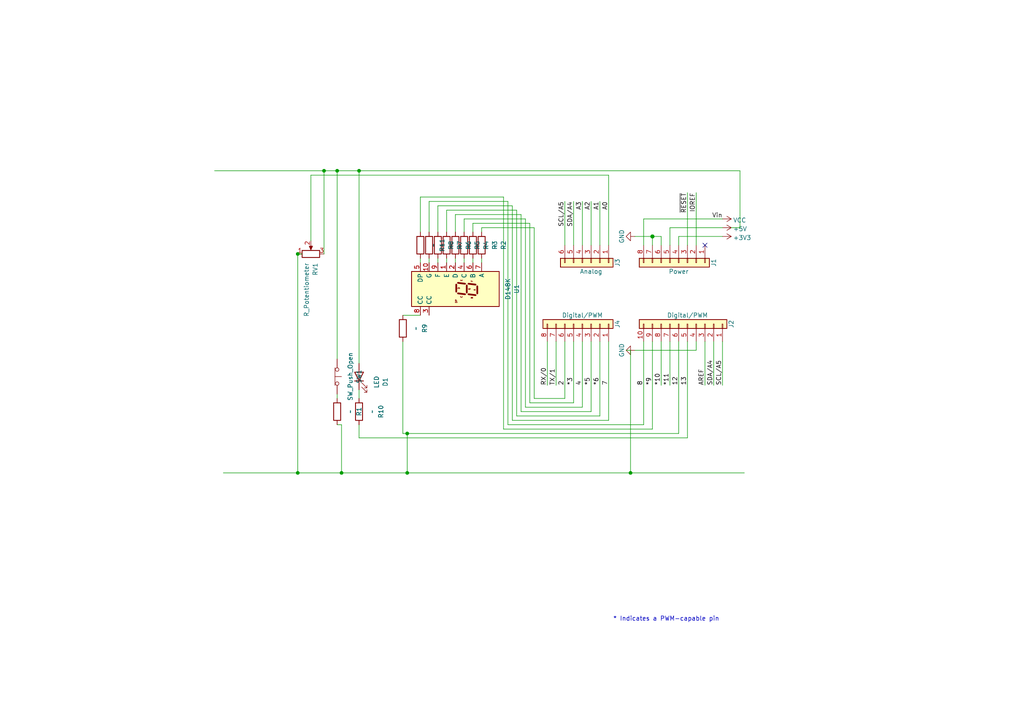
<source format=kicad_sch>
(kicad_sch
	(version 20231120)
	(generator "eeschema")
	(generator_version "8.0")
	(uuid "e63e39d7-6ac0-4ffd-8aa3-1841a4541b55")
	(paper "A4")
	(title_block
		(title "Arduino Morse Code Machine")
		(date "2024-07-30")
		(company "Crankyjoke")
	)
	(lib_symbols
		(symbol "Connector_Generic:Conn_01x06"
			(pin_names
				(offset 1.016) hide)
			(exclude_from_sim no)
			(in_bom yes)
			(on_board yes)
			(property "Reference" "J"
				(at 0 7.62 0)
				(effects
					(font
						(size 1.27 1.27)
					)
				)
			)
			(property "Value" "Conn_01x06"
				(at 0 -10.16 0)
				(effects
					(font
						(size 1.27 1.27)
					)
				)
			)
			(property "Footprint" ""
				(at 0 0 0)
				(effects
					(font
						(size 1.27 1.27)
					)
					(hide yes)
				)
			)
			(property "Datasheet" "~"
				(at 0 0 0)
				(effects
					(font
						(size 1.27 1.27)
					)
					(hide yes)
				)
			)
			(property "Description" "Generic connector, single row, 01x06, script generated (kicad-library-utils/schlib/autogen/connector/)"
				(at 0 0 0)
				(effects
					(font
						(size 1.27 1.27)
					)
					(hide yes)
				)
			)
			(property "ki_keywords" "connector"
				(at 0 0 0)
				(effects
					(font
						(size 1.27 1.27)
					)
					(hide yes)
				)
			)
			(property "ki_fp_filters" "Connector*:*_1x??_*"
				(at 0 0 0)
				(effects
					(font
						(size 1.27 1.27)
					)
					(hide yes)
				)
			)
			(symbol "Conn_01x06_1_1"
				(rectangle
					(start -1.27 -7.493)
					(end 0 -7.747)
					(stroke
						(width 0.1524)
						(type default)
					)
					(fill
						(type none)
					)
				)
				(rectangle
					(start -1.27 -4.953)
					(end 0 -5.207)
					(stroke
						(width 0.1524)
						(type default)
					)
					(fill
						(type none)
					)
				)
				(rectangle
					(start -1.27 -2.413)
					(end 0 -2.667)
					(stroke
						(width 0.1524)
						(type default)
					)
					(fill
						(type none)
					)
				)
				(rectangle
					(start -1.27 0.127)
					(end 0 -0.127)
					(stroke
						(width 0.1524)
						(type default)
					)
					(fill
						(type none)
					)
				)
				(rectangle
					(start -1.27 2.667)
					(end 0 2.413)
					(stroke
						(width 0.1524)
						(type default)
					)
					(fill
						(type none)
					)
				)
				(rectangle
					(start -1.27 5.207)
					(end 0 4.953)
					(stroke
						(width 0.1524)
						(type default)
					)
					(fill
						(type none)
					)
				)
				(rectangle
					(start -1.27 6.35)
					(end 1.27 -8.89)
					(stroke
						(width 0.254)
						(type default)
					)
					(fill
						(type background)
					)
				)
				(pin passive line
					(at -5.08 5.08 0)
					(length 3.81)
					(name "Pin_1"
						(effects
							(font
								(size 1.27 1.27)
							)
						)
					)
					(number "1"
						(effects
							(font
								(size 1.27 1.27)
							)
						)
					)
				)
				(pin passive line
					(at -5.08 2.54 0)
					(length 3.81)
					(name "Pin_2"
						(effects
							(font
								(size 1.27 1.27)
							)
						)
					)
					(number "2"
						(effects
							(font
								(size 1.27 1.27)
							)
						)
					)
				)
				(pin passive line
					(at -5.08 0 0)
					(length 3.81)
					(name "Pin_3"
						(effects
							(font
								(size 1.27 1.27)
							)
						)
					)
					(number "3"
						(effects
							(font
								(size 1.27 1.27)
							)
						)
					)
				)
				(pin passive line
					(at -5.08 -2.54 0)
					(length 3.81)
					(name "Pin_4"
						(effects
							(font
								(size 1.27 1.27)
							)
						)
					)
					(number "4"
						(effects
							(font
								(size 1.27 1.27)
							)
						)
					)
				)
				(pin passive line
					(at -5.08 -5.08 0)
					(length 3.81)
					(name "Pin_5"
						(effects
							(font
								(size 1.27 1.27)
							)
						)
					)
					(number "5"
						(effects
							(font
								(size 1.27 1.27)
							)
						)
					)
				)
				(pin passive line
					(at -5.08 -7.62 0)
					(length 3.81)
					(name "Pin_6"
						(effects
							(font
								(size 1.27 1.27)
							)
						)
					)
					(number "6"
						(effects
							(font
								(size 1.27 1.27)
							)
						)
					)
				)
			)
		)
		(symbol "Connector_Generic:Conn_01x08"
			(pin_names
				(offset 1.016) hide)
			(exclude_from_sim no)
			(in_bom yes)
			(on_board yes)
			(property "Reference" "J"
				(at 0 10.16 0)
				(effects
					(font
						(size 1.27 1.27)
					)
				)
			)
			(property "Value" "Conn_01x08"
				(at 0 -12.7 0)
				(effects
					(font
						(size 1.27 1.27)
					)
				)
			)
			(property "Footprint" ""
				(at 0 0 0)
				(effects
					(font
						(size 1.27 1.27)
					)
					(hide yes)
				)
			)
			(property "Datasheet" "~"
				(at 0 0 0)
				(effects
					(font
						(size 1.27 1.27)
					)
					(hide yes)
				)
			)
			(property "Description" "Generic connector, single row, 01x08, script generated (kicad-library-utils/schlib/autogen/connector/)"
				(at 0 0 0)
				(effects
					(font
						(size 1.27 1.27)
					)
					(hide yes)
				)
			)
			(property "ki_keywords" "connector"
				(at 0 0 0)
				(effects
					(font
						(size 1.27 1.27)
					)
					(hide yes)
				)
			)
			(property "ki_fp_filters" "Connector*:*_1x??_*"
				(at 0 0 0)
				(effects
					(font
						(size 1.27 1.27)
					)
					(hide yes)
				)
			)
			(symbol "Conn_01x08_1_1"
				(rectangle
					(start -1.27 -10.033)
					(end 0 -10.287)
					(stroke
						(width 0.1524)
						(type default)
					)
					(fill
						(type none)
					)
				)
				(rectangle
					(start -1.27 -7.493)
					(end 0 -7.747)
					(stroke
						(width 0.1524)
						(type default)
					)
					(fill
						(type none)
					)
				)
				(rectangle
					(start -1.27 -4.953)
					(end 0 -5.207)
					(stroke
						(width 0.1524)
						(type default)
					)
					(fill
						(type none)
					)
				)
				(rectangle
					(start -1.27 -2.413)
					(end 0 -2.667)
					(stroke
						(width 0.1524)
						(type default)
					)
					(fill
						(type none)
					)
				)
				(rectangle
					(start -1.27 0.127)
					(end 0 -0.127)
					(stroke
						(width 0.1524)
						(type default)
					)
					(fill
						(type none)
					)
				)
				(rectangle
					(start -1.27 2.667)
					(end 0 2.413)
					(stroke
						(width 0.1524)
						(type default)
					)
					(fill
						(type none)
					)
				)
				(rectangle
					(start -1.27 5.207)
					(end 0 4.953)
					(stroke
						(width 0.1524)
						(type default)
					)
					(fill
						(type none)
					)
				)
				(rectangle
					(start -1.27 7.747)
					(end 0 7.493)
					(stroke
						(width 0.1524)
						(type default)
					)
					(fill
						(type none)
					)
				)
				(rectangle
					(start -1.27 8.89)
					(end 1.27 -11.43)
					(stroke
						(width 0.254)
						(type default)
					)
					(fill
						(type background)
					)
				)
				(pin passive line
					(at -5.08 7.62 0)
					(length 3.81)
					(name "Pin_1"
						(effects
							(font
								(size 1.27 1.27)
							)
						)
					)
					(number "1"
						(effects
							(font
								(size 1.27 1.27)
							)
						)
					)
				)
				(pin passive line
					(at -5.08 5.08 0)
					(length 3.81)
					(name "Pin_2"
						(effects
							(font
								(size 1.27 1.27)
							)
						)
					)
					(number "2"
						(effects
							(font
								(size 1.27 1.27)
							)
						)
					)
				)
				(pin passive line
					(at -5.08 2.54 0)
					(length 3.81)
					(name "Pin_3"
						(effects
							(font
								(size 1.27 1.27)
							)
						)
					)
					(number "3"
						(effects
							(font
								(size 1.27 1.27)
							)
						)
					)
				)
				(pin passive line
					(at -5.08 0 0)
					(length 3.81)
					(name "Pin_4"
						(effects
							(font
								(size 1.27 1.27)
							)
						)
					)
					(number "4"
						(effects
							(font
								(size 1.27 1.27)
							)
						)
					)
				)
				(pin passive line
					(at -5.08 -2.54 0)
					(length 3.81)
					(name "Pin_5"
						(effects
							(font
								(size 1.27 1.27)
							)
						)
					)
					(number "5"
						(effects
							(font
								(size 1.27 1.27)
							)
						)
					)
				)
				(pin passive line
					(at -5.08 -5.08 0)
					(length 3.81)
					(name "Pin_6"
						(effects
							(font
								(size 1.27 1.27)
							)
						)
					)
					(number "6"
						(effects
							(font
								(size 1.27 1.27)
							)
						)
					)
				)
				(pin passive line
					(at -5.08 -7.62 0)
					(length 3.81)
					(name "Pin_7"
						(effects
							(font
								(size 1.27 1.27)
							)
						)
					)
					(number "7"
						(effects
							(font
								(size 1.27 1.27)
							)
						)
					)
				)
				(pin passive line
					(at -5.08 -10.16 0)
					(length 3.81)
					(name "Pin_8"
						(effects
							(font
								(size 1.27 1.27)
							)
						)
					)
					(number "8"
						(effects
							(font
								(size 1.27 1.27)
							)
						)
					)
				)
			)
		)
		(symbol "Connector_Generic:Conn_01x10"
			(pin_names
				(offset 1.016) hide)
			(exclude_from_sim no)
			(in_bom yes)
			(on_board yes)
			(property "Reference" "J"
				(at 0 12.7 0)
				(effects
					(font
						(size 1.27 1.27)
					)
				)
			)
			(property "Value" "Conn_01x10"
				(at 0 -15.24 0)
				(effects
					(font
						(size 1.27 1.27)
					)
				)
			)
			(property "Footprint" ""
				(at 0 0 0)
				(effects
					(font
						(size 1.27 1.27)
					)
					(hide yes)
				)
			)
			(property "Datasheet" "~"
				(at 0 0 0)
				(effects
					(font
						(size 1.27 1.27)
					)
					(hide yes)
				)
			)
			(property "Description" "Generic connector, single row, 01x10, script generated (kicad-library-utils/schlib/autogen/connector/)"
				(at 0 0 0)
				(effects
					(font
						(size 1.27 1.27)
					)
					(hide yes)
				)
			)
			(property "ki_keywords" "connector"
				(at 0 0 0)
				(effects
					(font
						(size 1.27 1.27)
					)
					(hide yes)
				)
			)
			(property "ki_fp_filters" "Connector*:*_1x??_*"
				(at 0 0 0)
				(effects
					(font
						(size 1.27 1.27)
					)
					(hide yes)
				)
			)
			(symbol "Conn_01x10_1_1"
				(rectangle
					(start -1.27 -12.573)
					(end 0 -12.827)
					(stroke
						(width 0.1524)
						(type default)
					)
					(fill
						(type none)
					)
				)
				(rectangle
					(start -1.27 -10.033)
					(end 0 -10.287)
					(stroke
						(width 0.1524)
						(type default)
					)
					(fill
						(type none)
					)
				)
				(rectangle
					(start -1.27 -7.493)
					(end 0 -7.747)
					(stroke
						(width 0.1524)
						(type default)
					)
					(fill
						(type none)
					)
				)
				(rectangle
					(start -1.27 -4.953)
					(end 0 -5.207)
					(stroke
						(width 0.1524)
						(type default)
					)
					(fill
						(type none)
					)
				)
				(rectangle
					(start -1.27 -2.413)
					(end 0 -2.667)
					(stroke
						(width 0.1524)
						(type default)
					)
					(fill
						(type none)
					)
				)
				(rectangle
					(start -1.27 0.127)
					(end 0 -0.127)
					(stroke
						(width 0.1524)
						(type default)
					)
					(fill
						(type none)
					)
				)
				(rectangle
					(start -1.27 2.667)
					(end 0 2.413)
					(stroke
						(width 0.1524)
						(type default)
					)
					(fill
						(type none)
					)
				)
				(rectangle
					(start -1.27 5.207)
					(end 0 4.953)
					(stroke
						(width 0.1524)
						(type default)
					)
					(fill
						(type none)
					)
				)
				(rectangle
					(start -1.27 7.747)
					(end 0 7.493)
					(stroke
						(width 0.1524)
						(type default)
					)
					(fill
						(type none)
					)
				)
				(rectangle
					(start -1.27 10.287)
					(end 0 10.033)
					(stroke
						(width 0.1524)
						(type default)
					)
					(fill
						(type none)
					)
				)
				(rectangle
					(start -1.27 11.43)
					(end 1.27 -13.97)
					(stroke
						(width 0.254)
						(type default)
					)
					(fill
						(type background)
					)
				)
				(pin passive line
					(at -5.08 10.16 0)
					(length 3.81)
					(name "Pin_1"
						(effects
							(font
								(size 1.27 1.27)
							)
						)
					)
					(number "1"
						(effects
							(font
								(size 1.27 1.27)
							)
						)
					)
				)
				(pin passive line
					(at -5.08 -12.7 0)
					(length 3.81)
					(name "Pin_10"
						(effects
							(font
								(size 1.27 1.27)
							)
						)
					)
					(number "10"
						(effects
							(font
								(size 1.27 1.27)
							)
						)
					)
				)
				(pin passive line
					(at -5.08 7.62 0)
					(length 3.81)
					(name "Pin_2"
						(effects
							(font
								(size 1.27 1.27)
							)
						)
					)
					(number "2"
						(effects
							(font
								(size 1.27 1.27)
							)
						)
					)
				)
				(pin passive line
					(at -5.08 5.08 0)
					(length 3.81)
					(name "Pin_3"
						(effects
							(font
								(size 1.27 1.27)
							)
						)
					)
					(number "3"
						(effects
							(font
								(size 1.27 1.27)
							)
						)
					)
				)
				(pin passive line
					(at -5.08 2.54 0)
					(length 3.81)
					(name "Pin_4"
						(effects
							(font
								(size 1.27 1.27)
							)
						)
					)
					(number "4"
						(effects
							(font
								(size 1.27 1.27)
							)
						)
					)
				)
				(pin passive line
					(at -5.08 0 0)
					(length 3.81)
					(name "Pin_5"
						(effects
							(font
								(size 1.27 1.27)
							)
						)
					)
					(number "5"
						(effects
							(font
								(size 1.27 1.27)
							)
						)
					)
				)
				(pin passive line
					(at -5.08 -2.54 0)
					(length 3.81)
					(name "Pin_6"
						(effects
							(font
								(size 1.27 1.27)
							)
						)
					)
					(number "6"
						(effects
							(font
								(size 1.27 1.27)
							)
						)
					)
				)
				(pin passive line
					(at -5.08 -5.08 0)
					(length 3.81)
					(name "Pin_7"
						(effects
							(font
								(size 1.27 1.27)
							)
						)
					)
					(number "7"
						(effects
							(font
								(size 1.27 1.27)
							)
						)
					)
				)
				(pin passive line
					(at -5.08 -7.62 0)
					(length 3.81)
					(name "Pin_8"
						(effects
							(font
								(size 1.27 1.27)
							)
						)
					)
					(number "8"
						(effects
							(font
								(size 1.27 1.27)
							)
						)
					)
				)
				(pin passive line
					(at -5.08 -10.16 0)
					(length 3.81)
					(name "Pin_9"
						(effects
							(font
								(size 1.27 1.27)
							)
						)
					)
					(number "9"
						(effects
							(font
								(size 1.27 1.27)
							)
						)
					)
				)
			)
		)
		(symbol "Device:LED"
			(pin_numbers hide)
			(pin_names
				(offset 1.016) hide)
			(exclude_from_sim no)
			(in_bom yes)
			(on_board yes)
			(property "Reference" "D"
				(at 0 2.54 0)
				(effects
					(font
						(size 1.27 1.27)
					)
				)
			)
			(property "Value" "LED"
				(at 0 -2.54 0)
				(effects
					(font
						(size 1.27 1.27)
					)
				)
			)
			(property "Footprint" ""
				(at 0 0 0)
				(effects
					(font
						(size 1.27 1.27)
					)
					(hide yes)
				)
			)
			(property "Datasheet" "~"
				(at 0 0 0)
				(effects
					(font
						(size 1.27 1.27)
					)
					(hide yes)
				)
			)
			(property "Description" "Light emitting diode"
				(at 0 0 0)
				(effects
					(font
						(size 1.27 1.27)
					)
					(hide yes)
				)
			)
			(property "ki_keywords" "LED diode"
				(at 0 0 0)
				(effects
					(font
						(size 1.27 1.27)
					)
					(hide yes)
				)
			)
			(property "ki_fp_filters" "LED* LED_SMD:* LED_THT:*"
				(at 0 0 0)
				(effects
					(font
						(size 1.27 1.27)
					)
					(hide yes)
				)
			)
			(symbol "LED_0_1"
				(polyline
					(pts
						(xy -1.27 -1.27) (xy -1.27 1.27)
					)
					(stroke
						(width 0.254)
						(type default)
					)
					(fill
						(type none)
					)
				)
				(polyline
					(pts
						(xy -1.27 0) (xy 1.27 0)
					)
					(stroke
						(width 0)
						(type default)
					)
					(fill
						(type none)
					)
				)
				(polyline
					(pts
						(xy 1.27 -1.27) (xy 1.27 1.27) (xy -1.27 0) (xy 1.27 -1.27)
					)
					(stroke
						(width 0.254)
						(type default)
					)
					(fill
						(type none)
					)
				)
				(polyline
					(pts
						(xy -3.048 -0.762) (xy -4.572 -2.286) (xy -3.81 -2.286) (xy -4.572 -2.286) (xy -4.572 -1.524)
					)
					(stroke
						(width 0)
						(type default)
					)
					(fill
						(type none)
					)
				)
				(polyline
					(pts
						(xy -1.778 -0.762) (xy -3.302 -2.286) (xy -2.54 -2.286) (xy -3.302 -2.286) (xy -3.302 -1.524)
					)
					(stroke
						(width 0)
						(type default)
					)
					(fill
						(type none)
					)
				)
			)
			(symbol "LED_1_1"
				(pin passive line
					(at -3.81 0 0)
					(length 2.54)
					(name "K"
						(effects
							(font
								(size 1.27 1.27)
							)
						)
					)
					(number "1"
						(effects
							(font
								(size 1.27 1.27)
							)
						)
					)
				)
				(pin passive line
					(at 3.81 0 180)
					(length 2.54)
					(name "A"
						(effects
							(font
								(size 1.27 1.27)
							)
						)
					)
					(number "2"
						(effects
							(font
								(size 1.27 1.27)
							)
						)
					)
				)
			)
		)
		(symbol "Device:R"
			(pin_numbers hide)
			(pin_names
				(offset 0)
			)
			(exclude_from_sim no)
			(in_bom yes)
			(on_board yes)
			(property "Reference" "R"
				(at 2.032 0 90)
				(effects
					(font
						(size 1.27 1.27)
					)
				)
			)
			(property "Value" "R"
				(at 0 0 90)
				(effects
					(font
						(size 1.27 1.27)
					)
				)
			)
			(property "Footprint" ""
				(at -1.778 0 90)
				(effects
					(font
						(size 1.27 1.27)
					)
					(hide yes)
				)
			)
			(property "Datasheet" "~"
				(at 0 0 0)
				(effects
					(font
						(size 1.27 1.27)
					)
					(hide yes)
				)
			)
			(property "Description" "Resistor"
				(at 0 0 0)
				(effects
					(font
						(size 1.27 1.27)
					)
					(hide yes)
				)
			)
			(property "ki_keywords" "R res resistor"
				(at 0 0 0)
				(effects
					(font
						(size 1.27 1.27)
					)
					(hide yes)
				)
			)
			(property "ki_fp_filters" "R_*"
				(at 0 0 0)
				(effects
					(font
						(size 1.27 1.27)
					)
					(hide yes)
				)
			)
			(symbol "R_0_1"
				(rectangle
					(start -1.016 -2.54)
					(end 1.016 2.54)
					(stroke
						(width 0.254)
						(type default)
					)
					(fill
						(type none)
					)
				)
			)
			(symbol "R_1_1"
				(pin passive line
					(at 0 3.81 270)
					(length 1.27)
					(name "~"
						(effects
							(font
								(size 1.27 1.27)
							)
						)
					)
					(number "1"
						(effects
							(font
								(size 1.27 1.27)
							)
						)
					)
				)
				(pin passive line
					(at 0 -3.81 90)
					(length 1.27)
					(name "~"
						(effects
							(font
								(size 1.27 1.27)
							)
						)
					)
					(number "2"
						(effects
							(font
								(size 1.27 1.27)
							)
						)
					)
				)
			)
		)
		(symbol "Device:R_Potentiometer"
			(pin_names
				(offset 1.016) hide)
			(exclude_from_sim no)
			(in_bom yes)
			(on_board yes)
			(property "Reference" "RV"
				(at -4.445 0 90)
				(effects
					(font
						(size 1.27 1.27)
					)
				)
			)
			(property "Value" "R_Potentiometer"
				(at -2.54 0 90)
				(effects
					(font
						(size 1.27 1.27)
					)
				)
			)
			(property "Footprint" ""
				(at 0 0 0)
				(effects
					(font
						(size 1.27 1.27)
					)
					(hide yes)
				)
			)
			(property "Datasheet" "~"
				(at 0 0 0)
				(effects
					(font
						(size 1.27 1.27)
					)
					(hide yes)
				)
			)
			(property "Description" "Potentiometer"
				(at 0 0 0)
				(effects
					(font
						(size 1.27 1.27)
					)
					(hide yes)
				)
			)
			(property "ki_keywords" "resistor variable"
				(at 0 0 0)
				(effects
					(font
						(size 1.27 1.27)
					)
					(hide yes)
				)
			)
			(property "ki_fp_filters" "Potentiometer*"
				(at 0 0 0)
				(effects
					(font
						(size 1.27 1.27)
					)
					(hide yes)
				)
			)
			(symbol "R_Potentiometer_0_1"
				(polyline
					(pts
						(xy 2.54 0) (xy 1.524 0)
					)
					(stroke
						(width 0)
						(type default)
					)
					(fill
						(type none)
					)
				)
				(polyline
					(pts
						(xy 1.143 0) (xy 2.286 0.508) (xy 2.286 -0.508) (xy 1.143 0)
					)
					(stroke
						(width 0)
						(type default)
					)
					(fill
						(type outline)
					)
				)
				(rectangle
					(start 1.016 2.54)
					(end -1.016 -2.54)
					(stroke
						(width 0.254)
						(type default)
					)
					(fill
						(type none)
					)
				)
			)
			(symbol "R_Potentiometer_1_1"
				(pin passive line
					(at 0 3.81 270)
					(length 1.27)
					(name "1"
						(effects
							(font
								(size 1.27 1.27)
							)
						)
					)
					(number "1"
						(effects
							(font
								(size 1.27 1.27)
							)
						)
					)
				)
				(pin passive line
					(at 3.81 0 180)
					(length 1.27)
					(name "2"
						(effects
							(font
								(size 1.27 1.27)
							)
						)
					)
					(number "2"
						(effects
							(font
								(size 1.27 1.27)
							)
						)
					)
				)
				(pin passive line
					(at 0 -3.81 90)
					(length 1.27)
					(name "3"
						(effects
							(font
								(size 1.27 1.27)
							)
						)
					)
					(number "3"
						(effects
							(font
								(size 1.27 1.27)
							)
						)
					)
				)
			)
		)
		(symbol "Display_Character:D148K"
			(exclude_from_sim no)
			(in_bom yes)
			(on_board yes)
			(property "Reference" "U"
				(at -2.54 13.97 0)
				(effects
					(font
						(size 1.27 1.27)
					)
					(justify right)
				)
			)
			(property "Value" "D148K"
				(at 1.27 13.97 0)
				(effects
					(font
						(size 1.27 1.27)
					)
					(justify left)
				)
			)
			(property "Footprint" "Display_7Segment:D1X8K"
				(at 0 -15.24 0)
				(effects
					(font
						(size 1.27 1.27)
					)
					(hide yes)
				)
			)
			(property "Datasheet" "https://ia800903.us.archive.org/24/items/CTKD1x8K/Cromatek%20D168K.pdf"
				(at -12.7 12.065 0)
				(effects
					(font
						(size 1.27 1.27)
					)
					(justify left)
					(hide yes)
				)
			)
			(property "Description" "One digit 7 segment yellowish-green LED, low current, common cathode"
				(at 0 0 0)
				(effects
					(font
						(size 1.27 1.27)
					)
					(hide yes)
				)
			)
			(property "ki_keywords" "display LED 7-segment"
				(at 0 0 0)
				(effects
					(font
						(size 1.27 1.27)
					)
					(hide yes)
				)
			)
			(property "ki_fp_filters" "D1X8K*"
				(at 0 0 0)
				(effects
					(font
						(size 1.27 1.27)
					)
					(hide yes)
				)
			)
			(symbol "D148K_0_0"
				(text "A"
					(at 0.254 5.588 0)
					(effects
						(font
							(size 0.508 0.508)
						)
					)
				)
				(text "B"
					(at 2.54 4.826 0)
					(effects
						(font
							(size 0.508 0.508)
						)
					)
				)
				(text "C"
					(at 2.286 1.778 0)
					(effects
						(font
							(size 0.508 0.508)
						)
					)
				)
				(text "D"
					(at -0.254 1.016 0)
					(effects
						(font
							(size 0.508 0.508)
						)
					)
				)
				(text "DP"
					(at 3.556 0.254 0)
					(effects
						(font
							(size 0.508 0.508)
						)
					)
				)
				(text "E"
					(at -2.54 1.778 0)
					(effects
						(font
							(size 0.508 0.508)
						)
					)
				)
				(text "F"
					(at -2.286 4.826 0)
					(effects
						(font
							(size 0.508 0.508)
						)
					)
				)
				(text "G"
					(at 0 4.064 0)
					(effects
						(font
							(size 0.508 0.508)
						)
					)
				)
			)
			(symbol "D148K_0_1"
				(rectangle
					(start -5.08 12.7)
					(end 5.08 -12.7)
					(stroke
						(width 0.254)
						(type default)
					)
					(fill
						(type background)
					)
				)
				(polyline
					(pts
						(xy -1.524 2.794) (xy -1.778 0.762)
					)
					(stroke
						(width 0.508)
						(type default)
					)
					(fill
						(type none)
					)
				)
				(polyline
					(pts
						(xy -1.27 0.254) (xy 0.762 0.254)
					)
					(stroke
						(width 0.508)
						(type default)
					)
					(fill
						(type none)
					)
				)
				(polyline
					(pts
						(xy -1.27 5.842) (xy -1.524 3.81)
					)
					(stroke
						(width 0.508)
						(type default)
					)
					(fill
						(type none)
					)
				)
				(polyline
					(pts
						(xy -1.016 3.302) (xy 1.016 3.302)
					)
					(stroke
						(width 0.508)
						(type default)
					)
					(fill
						(type none)
					)
				)
				(polyline
					(pts
						(xy -0.762 6.35) (xy 1.27 6.35)
					)
					(stroke
						(width 0.508)
						(type default)
					)
					(fill
						(type none)
					)
				)
				(polyline
					(pts
						(xy 1.524 2.794) (xy 1.27 0.762)
					)
					(stroke
						(width 0.508)
						(type default)
					)
					(fill
						(type none)
					)
				)
				(polyline
					(pts
						(xy 1.778 5.842) (xy 1.524 3.81)
					)
					(stroke
						(width 0.508)
						(type default)
					)
					(fill
						(type none)
					)
				)
				(polyline
					(pts
						(xy 2.54 0.254) (xy 2.54 0.254)
					)
					(stroke
						(width 0.508)
						(type default)
					)
					(fill
						(type none)
					)
				)
			)
			(symbol "D148K_1_1"
				(pin input line
					(at -7.62 -2.54 0)
					(length 2.54)
					(name "E"
						(effects
							(font
								(size 1.27 1.27)
							)
						)
					)
					(number "1"
						(effects
							(font
								(size 1.27 1.27)
							)
						)
					)
				)
				(pin input line
					(at -7.62 -7.62 0)
					(length 2.54)
					(name "G"
						(effects
							(font
								(size 1.27 1.27)
							)
						)
					)
					(number "10"
						(effects
							(font
								(size 1.27 1.27)
							)
						)
					)
				)
				(pin input line
					(at -7.62 0 0)
					(length 2.54)
					(name "D"
						(effects
							(font
								(size 1.27 1.27)
							)
						)
					)
					(number "2"
						(effects
							(font
								(size 1.27 1.27)
							)
						)
					)
				)
				(pin input line
					(at 7.62 -7.62 180)
					(length 2.54)
					(name "CC"
						(effects
							(font
								(size 1.27 1.27)
							)
						)
					)
					(number "3"
						(effects
							(font
								(size 1.27 1.27)
							)
						)
					)
				)
				(pin input line
					(at -7.62 2.54 0)
					(length 2.54)
					(name "C"
						(effects
							(font
								(size 1.27 1.27)
							)
						)
					)
					(number "4"
						(effects
							(font
								(size 1.27 1.27)
							)
						)
					)
				)
				(pin input line
					(at -7.62 -10.16 0)
					(length 2.54)
					(name "DP"
						(effects
							(font
								(size 1.27 1.27)
							)
						)
					)
					(number "5"
						(effects
							(font
								(size 1.27 1.27)
							)
						)
					)
				)
				(pin input line
					(at -7.62 5.08 0)
					(length 2.54)
					(name "B"
						(effects
							(font
								(size 1.27 1.27)
							)
						)
					)
					(number "6"
						(effects
							(font
								(size 1.27 1.27)
							)
						)
					)
				)
				(pin input line
					(at -7.62 7.62 0)
					(length 2.54)
					(name "A"
						(effects
							(font
								(size 1.27 1.27)
							)
						)
					)
					(number "7"
						(effects
							(font
								(size 1.27 1.27)
							)
						)
					)
				)
				(pin input line
					(at 7.62 -10.16 180)
					(length 2.54)
					(name "CC"
						(effects
							(font
								(size 1.27 1.27)
							)
						)
					)
					(number "8"
						(effects
							(font
								(size 1.27 1.27)
							)
						)
					)
				)
				(pin input line
					(at -7.62 -5.08 0)
					(length 2.54)
					(name "F"
						(effects
							(font
								(size 1.27 1.27)
							)
						)
					)
					(number "9"
						(effects
							(font
								(size 1.27 1.27)
							)
						)
					)
				)
			)
		)
		(symbol "Switch:SW_Push_Open"
			(pin_numbers hide)
			(pin_names
				(offset 1.016) hide)
			(exclude_from_sim no)
			(in_bom yes)
			(on_board yes)
			(property "Reference" "SW"
				(at 0 2.54 0)
				(effects
					(font
						(size 1.27 1.27)
					)
				)
			)
			(property "Value" "SW_Push_Open"
				(at 0 -1.905 0)
				(effects
					(font
						(size 1.27 1.27)
					)
				)
			)
			(property "Footprint" ""
				(at 0 5.08 0)
				(effects
					(font
						(size 1.27 1.27)
					)
					(hide yes)
				)
			)
			(property "Datasheet" "~"
				(at 0 5.08 0)
				(effects
					(font
						(size 1.27 1.27)
					)
					(hide yes)
				)
			)
			(property "Description" "Push button switch, push-to-open, generic, two pins"
				(at 0 0 0)
				(effects
					(font
						(size 1.27 1.27)
					)
					(hide yes)
				)
			)
			(property "ki_keywords" "switch normally-closed pushbutton push-button"
				(at 0 0 0)
				(effects
					(font
						(size 1.27 1.27)
					)
					(hide yes)
				)
			)
			(symbol "SW_Push_Open_0_1"
				(circle
					(center -2.032 0)
					(radius 0.508)
					(stroke
						(width 0)
						(type default)
					)
					(fill
						(type none)
					)
				)
				(polyline
					(pts
						(xy -2.54 -0.635) (xy 2.54 -0.635)
					)
					(stroke
						(width 0)
						(type default)
					)
					(fill
						(type none)
					)
				)
				(polyline
					(pts
						(xy 0 -0.635) (xy 0 1.27)
					)
					(stroke
						(width 0)
						(type default)
					)
					(fill
						(type none)
					)
				)
				(circle
					(center 2.032 0)
					(radius 0.508)
					(stroke
						(width 0)
						(type default)
					)
					(fill
						(type none)
					)
				)
				(pin passive line
					(at -5.08 0 0)
					(length 2.54)
					(name "A"
						(effects
							(font
								(size 1.27 1.27)
							)
						)
					)
					(number "1"
						(effects
							(font
								(size 1.27 1.27)
							)
						)
					)
				)
			)
			(symbol "SW_Push_Open_1_1"
				(pin passive line
					(at 5.08 0 180)
					(length 2.54)
					(name "B"
						(effects
							(font
								(size 1.27 1.27)
							)
						)
					)
					(number "2"
						(effects
							(font
								(size 1.27 1.27)
							)
						)
					)
				)
			)
		)
		(symbol "power:+3V3"
			(power)
			(pin_names
				(offset 0)
			)
			(exclude_from_sim no)
			(in_bom yes)
			(on_board yes)
			(property "Reference" "#PWR"
				(at 0 -3.81 0)
				(effects
					(font
						(size 1.27 1.27)
					)
					(hide yes)
				)
			)
			(property "Value" "+3V3"
				(at 0 3.556 0)
				(effects
					(font
						(size 1.27 1.27)
					)
				)
			)
			(property "Footprint" ""
				(at 0 0 0)
				(effects
					(font
						(size 1.27 1.27)
					)
					(hide yes)
				)
			)
			(property "Datasheet" ""
				(at 0 0 0)
				(effects
					(font
						(size 1.27 1.27)
					)
					(hide yes)
				)
			)
			(property "Description" "Power symbol creates a global label with name \"+3V3\""
				(at 0 0 0)
				(effects
					(font
						(size 1.27 1.27)
					)
					(hide yes)
				)
			)
			(property "ki_keywords" "power-flag"
				(at 0 0 0)
				(effects
					(font
						(size 1.27 1.27)
					)
					(hide yes)
				)
			)
			(symbol "+3V3_0_1"
				(polyline
					(pts
						(xy -0.762 1.27) (xy 0 2.54)
					)
					(stroke
						(width 0)
						(type default)
					)
					(fill
						(type none)
					)
				)
				(polyline
					(pts
						(xy 0 0) (xy 0 2.54)
					)
					(stroke
						(width 0)
						(type default)
					)
					(fill
						(type none)
					)
				)
				(polyline
					(pts
						(xy 0 2.54) (xy 0.762 1.27)
					)
					(stroke
						(width 0)
						(type default)
					)
					(fill
						(type none)
					)
				)
			)
			(symbol "+3V3_1_1"
				(pin power_in line
					(at 0 0 90)
					(length 0) hide
					(name "+3V3"
						(effects
							(font
								(size 1.27 1.27)
							)
						)
					)
					(number "1"
						(effects
							(font
								(size 1.27 1.27)
							)
						)
					)
				)
			)
		)
		(symbol "power:+5V"
			(power)
			(pin_names
				(offset 0)
			)
			(exclude_from_sim no)
			(in_bom yes)
			(on_board yes)
			(property "Reference" "#PWR"
				(at 0 -3.81 0)
				(effects
					(font
						(size 1.27 1.27)
					)
					(hide yes)
				)
			)
			(property "Value" "+5V"
				(at 0 3.556 0)
				(effects
					(font
						(size 1.27 1.27)
					)
				)
			)
			(property "Footprint" ""
				(at 0 0 0)
				(effects
					(font
						(size 1.27 1.27)
					)
					(hide yes)
				)
			)
			(property "Datasheet" ""
				(at 0 0 0)
				(effects
					(font
						(size 1.27 1.27)
					)
					(hide yes)
				)
			)
			(property "Description" "Power symbol creates a global label with name \"+5V\""
				(at 0 0 0)
				(effects
					(font
						(size 1.27 1.27)
					)
					(hide yes)
				)
			)
			(property "ki_keywords" "power-flag"
				(at 0 0 0)
				(effects
					(font
						(size 1.27 1.27)
					)
					(hide yes)
				)
			)
			(symbol "+5V_0_1"
				(polyline
					(pts
						(xy -0.762 1.27) (xy 0 2.54)
					)
					(stroke
						(width 0)
						(type default)
					)
					(fill
						(type none)
					)
				)
				(polyline
					(pts
						(xy 0 0) (xy 0 2.54)
					)
					(stroke
						(width 0)
						(type default)
					)
					(fill
						(type none)
					)
				)
				(polyline
					(pts
						(xy 0 2.54) (xy 0.762 1.27)
					)
					(stroke
						(width 0)
						(type default)
					)
					(fill
						(type none)
					)
				)
			)
			(symbol "+5V_1_1"
				(pin power_in line
					(at 0 0 90)
					(length 0) hide
					(name "+5V"
						(effects
							(font
								(size 1.27 1.27)
							)
						)
					)
					(number "1"
						(effects
							(font
								(size 1.27 1.27)
							)
						)
					)
				)
			)
		)
		(symbol "power:GND"
			(power)
			(pin_names
				(offset 0)
			)
			(exclude_from_sim no)
			(in_bom yes)
			(on_board yes)
			(property "Reference" "#PWR"
				(at 0 -6.35 0)
				(effects
					(font
						(size 1.27 1.27)
					)
					(hide yes)
				)
			)
			(property "Value" "GND"
				(at 0 -3.81 0)
				(effects
					(font
						(size 1.27 1.27)
					)
				)
			)
			(property "Footprint" ""
				(at 0 0 0)
				(effects
					(font
						(size 1.27 1.27)
					)
					(hide yes)
				)
			)
			(property "Datasheet" ""
				(at 0 0 0)
				(effects
					(font
						(size 1.27 1.27)
					)
					(hide yes)
				)
			)
			(property "Description" "Power symbol creates a global label with name \"GND\" , ground"
				(at 0 0 0)
				(effects
					(font
						(size 1.27 1.27)
					)
					(hide yes)
				)
			)
			(property "ki_keywords" "power-flag"
				(at 0 0 0)
				(effects
					(font
						(size 1.27 1.27)
					)
					(hide yes)
				)
			)
			(symbol "GND_0_1"
				(polyline
					(pts
						(xy 0 0) (xy 0 -1.27) (xy 1.27 -1.27) (xy 0 -2.54) (xy -1.27 -1.27) (xy 0 -1.27)
					)
					(stroke
						(width 0)
						(type default)
					)
					(fill
						(type none)
					)
				)
			)
			(symbol "GND_1_1"
				(pin power_in line
					(at 0 0 270)
					(length 0) hide
					(name "GND"
						(effects
							(font
								(size 1.27 1.27)
							)
						)
					)
					(number "1"
						(effects
							(font
								(size 1.27 1.27)
							)
						)
					)
				)
			)
		)
		(symbol "power:VCC"
			(power)
			(pin_names
				(offset 0)
			)
			(exclude_from_sim no)
			(in_bom yes)
			(on_board yes)
			(property "Reference" "#PWR"
				(at 0 -3.81 0)
				(effects
					(font
						(size 1.27 1.27)
					)
					(hide yes)
				)
			)
			(property "Value" "VCC"
				(at 0 3.81 0)
				(effects
					(font
						(size 1.27 1.27)
					)
				)
			)
			(property "Footprint" ""
				(at 0 0 0)
				(effects
					(font
						(size 1.27 1.27)
					)
					(hide yes)
				)
			)
			(property "Datasheet" ""
				(at 0 0 0)
				(effects
					(font
						(size 1.27 1.27)
					)
					(hide yes)
				)
			)
			(property "Description" "Power symbol creates a global label with name \"VCC\""
				(at 0 0 0)
				(effects
					(font
						(size 1.27 1.27)
					)
					(hide yes)
				)
			)
			(property "ki_keywords" "power-flag"
				(at 0 0 0)
				(effects
					(font
						(size 1.27 1.27)
					)
					(hide yes)
				)
			)
			(symbol "VCC_0_1"
				(polyline
					(pts
						(xy -0.762 1.27) (xy 0 2.54)
					)
					(stroke
						(width 0)
						(type default)
					)
					(fill
						(type none)
					)
				)
				(polyline
					(pts
						(xy 0 0) (xy 0 2.54)
					)
					(stroke
						(width 0)
						(type default)
					)
					(fill
						(type none)
					)
				)
				(polyline
					(pts
						(xy 0 2.54) (xy 0.762 1.27)
					)
					(stroke
						(width 0)
						(type default)
					)
					(fill
						(type none)
					)
				)
			)
			(symbol "VCC_1_1"
				(pin power_in line
					(at 0 0 90)
					(length 0) hide
					(name "VCC"
						(effects
							(font
								(size 1.27 1.27)
							)
						)
					)
					(number "1"
						(effects
							(font
								(size 1.27 1.27)
							)
						)
					)
				)
			)
		)
	)
	(junction
		(at 189.23 68.58)
		(diameter 1.016)
		(color 0 0 0 0)
		(uuid "3dcc657b-55a1-48e0-9667-e01e7b6b08b5")
	)
	(junction
		(at 97.79 49.53)
		(diameter 0)
		(color 0 0 0 0)
		(uuid "43d5982c-dfad-4faf-9a92-6d121a1fae76")
	)
	(junction
		(at 86.36 137.16)
		(diameter 0)
		(color 0 0 0 0)
		(uuid "4a7f4ba2-b27e-47ab-93dd-03431f4ac695")
	)
	(junction
		(at 104.14 49.53)
		(diameter 0)
		(color 0 0 0 0)
		(uuid "7b16a021-8c9d-473a-a6b2-ad183f470485")
	)
	(junction
		(at 93.98 49.53)
		(diameter 0)
		(color 0 0 0 0)
		(uuid "b0be5e42-7df8-4b12-8ca2-1f9e243d0042")
	)
	(junction
		(at 86.36 73.66)
		(diameter 0)
		(color 0 0 0 0)
		(uuid "cc2a5268-29e9-41c4-8fa6-c33e0ae7744e")
	)
	(junction
		(at 118.11 137.16)
		(diameter 0)
		(color 0 0 0 0)
		(uuid "d60ccb5f-0cfb-4ab3-84e5-654031617e4f")
	)
	(junction
		(at 182.88 137.16)
		(diameter 0)
		(color 0 0 0 0)
		(uuid "dc6fd114-2783-451a-b461-13e9f5fe3871")
	)
	(junction
		(at 118.11 125.73)
		(diameter 0)
		(color 0 0 0 0)
		(uuid "e427634a-7198-4768-a671-3d3a578b7390")
	)
	(junction
		(at 99.06 137.16)
		(diameter 0)
		(color 0 0 0 0)
		(uuid "f78b4abc-bc94-4074-a854-b1a8dfc93ad9")
	)
	(no_connect
		(at 204.47 71.12)
		(uuid "d181157c-7812-47e5-a0cf-9580c905fc86")
	)
	(wire
		(pts
			(xy 158.75 99.06) (xy 158.75 111.76)
		)
		(stroke
			(width 0)
			(type solid)
		)
		(uuid "010ba307-2067-49d3-b0fa-6414143f3fc2")
	)
	(wire
		(pts
			(xy 152.4 118.11) (xy 168.91 118.11)
		)
		(stroke
			(width 0)
			(type solid)
		)
		(uuid "015710ce-067b-4ddc-8746-c21053ef4ffe")
	)
	(wire
		(pts
			(xy 132.08 74.93) (xy 132.08 76.2)
		)
		(stroke
			(width 0)
			(type default)
		)
		(uuid "046010ba-4811-4992-9927-263bcb6c8cff")
	)
	(wire
		(pts
			(xy 97.79 49.53) (xy 93.98 49.53)
		)
		(stroke
			(width 0)
			(type default)
		)
		(uuid "04f412e3-0b73-442b-b9be-684e72ed5182")
	)
	(wire
		(pts
			(xy 154.94 115.57) (xy 163.83 115.57)
		)
		(stroke
			(width 0)
			(type solid)
		)
		(uuid "06c9a588-1a78-4909-af89-593bc87983f5")
	)
	(wire
		(pts
			(xy 191.77 99.06) (xy 191.77 111.76)
		)
		(stroke
			(width 0)
			(type solid)
		)
		(uuid "09480ba4-37da-45e3-b9fe-6beebf876349")
	)
	(wire
		(pts
			(xy 176.53 121.92) (xy 148.59 121.92)
		)
		(stroke
			(width 0)
			(type solid)
		)
		(uuid "0990f4ad-415b-4699-aac7-8d50b31fe752")
	)
	(wire
		(pts
			(xy 151.13 119.38) (xy 151.13 62.23)
		)
		(stroke
			(width 0)
			(type solid)
		)
		(uuid "0d4a400c-aed2-4638-bb8b-898df8ce727d")
	)
	(wire
		(pts
			(xy 209.55 99.06) (xy 209.55 111.76)
		)
		(stroke
			(width 0)
			(type solid)
		)
		(uuid "0f5d2189-4ead-42fa-8f7a-cfa3af4de132")
	)
	(wire
		(pts
			(xy 86.36 137.16) (xy 64.77 137.16)
		)
		(stroke
			(width 0)
			(type default)
		)
		(uuid "1030527b-6c09-49d7-8b8c-b10f7a45d404")
	)
	(wire
		(pts
			(xy 99.06 137.16) (xy 86.36 137.16)
		)
		(stroke
			(width 0)
			(type default)
		)
		(uuid "1930da07-d6d7-4f4d-9ff8-c46dcd6ef222")
	)
	(wire
		(pts
			(xy 191.77 68.58) (xy 189.23 68.58)
		)
		(stroke
			(width 0)
			(type solid)
		)
		(uuid "1c31b835-925f-4a5c-92df-8f2558bb711b")
	)
	(wire
		(pts
			(xy 196.85 125.73) (xy 118.11 125.73)
		)
		(stroke
			(width 0)
			(type solid)
		)
		(uuid "1d3c401a-8641-43b0-b8ee-38c721b6c069")
	)
	(wire
		(pts
			(xy 163.83 58.42) (xy 163.83 71.12)
		)
		(stroke
			(width 0)
			(type solid)
		)
		(uuid "20854542-d0b0-4be7-af02-0e5fceb34e01")
	)
	(wire
		(pts
			(xy 121.92 74.93) (xy 121.92 76.2)
		)
		(stroke
			(width 0)
			(type default)
		)
		(uuid "212ab2ac-d386-4cab-90aa-10e86a2b4ad6")
	)
	(wire
		(pts
			(xy 121.92 57.15) (xy 121.92 67.31)
		)
		(stroke
			(width 0)
			(type solid)
		)
		(uuid "22d452f2-f1a9-46c8-987d-2515dffce4ac")
	)
	(wire
		(pts
			(xy 189.23 68.58) (xy 184.15 68.58)
		)
		(stroke
			(width 0)
			(type solid)
		)
		(uuid "2df788b2-ce68-49bc-a497-4b6570a17f30")
	)
	(wire
		(pts
			(xy 186.69 123.19) (xy 147.32 123.19)
		)
		(stroke
			(width 0)
			(type solid)
		)
		(uuid "327b07a6-4b15-44ac-9184-5c53a9f7bf2b")
	)
	(wire
		(pts
			(xy 196.85 68.58) (xy 196.85 71.12)
		)
		(stroke
			(width 0)
			(type solid)
		)
		(uuid "3334b11d-5a13-40b4-a117-d693c543e4ab")
	)
	(wire
		(pts
			(xy 194.31 66.04) (xy 194.31 71.12)
		)
		(stroke
			(width 0)
			(type solid)
		)
		(uuid "3661f80c-fef8-4441-83be-df8930b3b45e")
	)
	(wire
		(pts
			(xy 209.55 66.04) (xy 194.31 66.04)
		)
		(stroke
			(width 0)
			(type solid)
		)
		(uuid "392bf1f6-bf67-427d-8d4c-0a87cb757556")
	)
	(wire
		(pts
			(xy 127 74.93) (xy 127 76.2)
		)
		(stroke
			(width 0)
			(type default)
		)
		(uuid "3a2c6fef-3221-4101-82ab-42c059c8d2bd")
	)
	(wire
		(pts
			(xy 151.13 62.23) (xy 132.08 62.23)
		)
		(stroke
			(width 0)
			(type solid)
		)
		(uuid "3bf92d00-7c03-47bd-afaf-b3e2fd4e45b6")
	)
	(wire
		(pts
			(xy 137.16 74.93) (xy 137.16 76.2)
		)
		(stroke
			(width 0)
			(type default)
		)
		(uuid "403b09af-eec9-4c1e-b9fe-dace6d199ff9")
	)
	(wire
		(pts
			(xy 199.39 99.06) (xy 199.39 127)
		)
		(stroke
			(width 0)
			(type solid)
		)
		(uuid "4227fa6f-c399-4f14-8228-23e39d2b7e7d")
	)
	(wire
		(pts
			(xy 209.55 68.58) (xy 196.85 68.58)
		)
		(stroke
			(width 0)
			(type solid)
		)
		(uuid "442fb4de-4d55-45de-bc27-3e6222ceb890")
	)
	(wire
		(pts
			(xy 176.53 99.06) (xy 176.53 121.92)
		)
		(stroke
			(width 0)
			(type solid)
		)
		(uuid "4455ee2e-5642-42c1-a83b-f7e65fa0c2f1")
	)
	(wire
		(pts
			(xy 154.94 115.57) (xy 154.94 66.04)
		)
		(stroke
			(width 0)
			(type solid)
		)
		(uuid "481a4666-06be-4803-b055-2053a00ee2df")
	)
	(wire
		(pts
			(xy 97.79 114.3) (xy 97.79 115.57)
		)
		(stroke
			(width 0)
			(type default)
		)
		(uuid "48696e98-34dd-4a37-a084-fc24497ee494")
	)
	(wire
		(pts
			(xy 196.85 99.06) (xy 196.85 125.73)
		)
		(stroke
			(width 0)
			(type solid)
		)
		(uuid "4a910b57-a5cd-4105-ab4f-bde2a80d4f00")
	)
	(wire
		(pts
			(xy 87.63 73.66) (xy 86.36 73.66)
		)
		(stroke
			(width 0)
			(type default)
		)
		(uuid "4d030781-d00f-4368-a9b5-b17b654427d9")
	)
	(wire
		(pts
			(xy 139.7 74.93) (xy 139.7 76.2)
		)
		(stroke
			(width 0)
			(type default)
		)
		(uuid "4de48559-5473-4b4e-849e-0149ba778235")
	)
	(wire
		(pts
			(xy 173.99 99.06) (xy 173.99 120.65)
		)
		(stroke
			(width 0)
			(type solid)
		)
		(uuid "4e60e1af-19bd-45a0-b418-b7030b594dde")
	)
	(wire
		(pts
			(xy 146.05 57.15) (xy 121.92 57.15)
		)
		(stroke
			(width 0)
			(type solid)
		)
		(uuid "513daa5f-8aa5-42d5-8885-fc46c99756c9")
	)
	(wire
		(pts
			(xy 97.79 49.53) (xy 97.79 104.14)
		)
		(stroke
			(width 0)
			(type default)
		)
		(uuid "55f370d7-3e7f-4d2a-8a0e-5faaf6efb54e")
	)
	(wire
		(pts
			(xy 182.88 137.16) (xy 118.11 137.16)
		)
		(stroke
			(width 0)
			(type default)
		)
		(uuid "5ae479e3-0b88-4fe4-b00d-0362d055dda8")
	)
	(wire
		(pts
			(xy 90.17 69.85) (xy 90.17 50.8)
		)
		(stroke
			(width 0)
			(type default)
		)
		(uuid "5c6ca58c-d088-4cf2-8bc6-96eb24ed91b3")
	)
	(wire
		(pts
			(xy 104.14 127) (xy 104.14 123.19)
		)
		(stroke
			(width 0)
			(type solid)
		)
		(uuid "5fa553ce-605d-4cf5-92db-6bcb59a47864")
	)
	(wire
		(pts
			(xy 189.23 99.06) (xy 189.23 124.46)
		)
		(stroke
			(width 0)
			(type solid)
		)
		(uuid "63f2b71b-521b-4210-bf06-ed65e330fccc")
	)
	(wire
		(pts
			(xy 148.59 59.69) (xy 127 59.69)
		)
		(stroke
			(width 0)
			(type solid)
		)
		(uuid "65614849-e091-4541-af03-526153e69213")
	)
	(wire
		(pts
			(xy 212.09 66.04) (xy 214.63 66.04)
		)
		(stroke
			(width 0)
			(type default)
		)
		(uuid "6721b98e-449c-4d3c-b460-af69ca19f8ff")
	)
	(wire
		(pts
			(xy 139.7 66.04) (xy 139.7 67.31)
		)
		(stroke
			(width 0)
			(type solid)
		)
		(uuid "695cf577-e2ce-4ede-944a-b57ac30da920")
	)
	(wire
		(pts
			(xy 104.14 113.03) (xy 104.14 115.57)
		)
		(stroke
			(width 0)
			(type default)
		)
		(uuid "696695a8-e796-4c2f-aed0-46509cc37d8f")
	)
	(wire
		(pts
			(xy 168.91 99.06) (xy 168.91 118.11)
		)
		(stroke
			(width 0)
			(type solid)
		)
		(uuid "6bb3ea5f-9e60-4add-9d97-244be2cf61d2")
	)
	(wire
		(pts
			(xy 134.62 63.5) (xy 134.62 67.31)
		)
		(stroke
			(width 0)
			(type solid)
		)
		(uuid "6ec3cdac-2e2e-49e8-94a0-5441e917b60b")
	)
	(wire
		(pts
			(xy 124.46 74.93) (xy 124.46 76.2)
		)
		(stroke
			(width 0)
			(type default)
		)
		(uuid "7233cb0a-dcd6-49f3-ac3a-630db5620ef2")
	)
	(wire
		(pts
			(xy 201.93 55.88) (xy 201.93 71.12)
		)
		(stroke
			(width 0)
			(type solid)
		)
		(uuid "73d4774c-1387-4550-b580-a1cc0ac89b89")
	)
	(wire
		(pts
			(xy 86.36 73.66) (xy 86.36 137.16)
		)
		(stroke
			(width 0)
			(type default)
		)
		(uuid "75f83476-89a9-4d6c-b073-b63adb8f40d1")
	)
	(wire
		(pts
			(xy 132.08 62.23) (xy 132.08 67.31)
		)
		(stroke
			(width 0)
			(type solid)
		)
		(uuid "7847baa0-ad2f-4178-9ff6-9bcc36b02579")
	)
	(wire
		(pts
			(xy 215.9 137.16) (xy 182.88 137.16)
		)
		(stroke
			(width 0)
			(type default)
		)
		(uuid "7c85414c-506f-4622-b9c8-4fa55ca5af07")
	)
	(wire
		(pts
			(xy 182.88 101.6) (xy 181.61 101.6)
		)
		(stroke
			(width 0)
			(type default)
		)
		(uuid "7ed7217c-6c79-4ccf-859b-0b019ddc2bf1")
	)
	(wire
		(pts
			(xy 129.54 74.93) (xy 129.54 76.2)
		)
		(stroke
			(width 0)
			(type default)
		)
		(uuid "7f3fe7d4-213e-44ad-9c71-9fdf01fb7041")
	)
	(wire
		(pts
			(xy 214.63 66.04) (xy 214.63 49.53)
		)
		(stroke
			(width 0)
			(type default)
		)
		(uuid "838417b7-62a5-4e5d-abf0-b53b89c99471")
	)
	(wire
		(pts
			(xy 201.93 101.6) (xy 184.15 101.6)
		)
		(stroke
			(width 0)
			(type solid)
		)
		(uuid "84ce350c-b0c1-4e69-9ab2-f7ec7b8bb312")
	)
	(wire
		(pts
			(xy 118.11 125.73) (xy 118.11 137.16)
		)
		(stroke
			(width 0)
			(type default)
		)
		(uuid "850ed9d3-27ac-4182-941e-5d137da1dfeb")
	)
	(wire
		(pts
			(xy 151.13 119.38) (xy 171.45 119.38)
		)
		(stroke
			(width 0)
			(type solid)
		)
		(uuid "878f29e0-bc4a-48cc-8aca-feace8b68702")
	)
	(wire
		(pts
			(xy 129.54 60.96) (xy 129.54 67.31)
		)
		(stroke
			(width 0)
			(type solid)
		)
		(uuid "88aae508-90db-4266-9905-2535fc66dc76")
	)
	(wire
		(pts
			(xy 204.47 99.06) (xy 204.47 111.76)
		)
		(stroke
			(width 0)
			(type solid)
		)
		(uuid "8a3d35a2-f0f6-4dec-a606-7c8e288ca828")
	)
	(wire
		(pts
			(xy 171.45 71.12) (xy 171.45 58.42)
		)
		(stroke
			(width 0)
			(type solid)
		)
		(uuid "9377eb1a-3b12-438c-8ebd-f86ace1e8d25")
	)
	(wire
		(pts
			(xy 199.39 55.88) (xy 199.39 71.12)
		)
		(stroke
			(width 0)
			(type solid)
		)
		(uuid "93e52853-9d1e-4afe-aee8-b825ab9f5d09")
	)
	(wire
		(pts
			(xy 104.14 49.53) (xy 104.14 105.41)
		)
		(stroke
			(width 0)
			(type default)
		)
		(uuid "954c2e29-6f78-4ec1-874d-adea23fa4124")
	)
	(wire
		(pts
			(xy 189.23 71.12) (xy 189.23 68.58)
		)
		(stroke
			(width 0)
			(type solid)
		)
		(uuid "97df9ac9-dbb8-472e-b84f-3684d0eb5efc")
	)
	(wire
		(pts
			(xy 124.46 58.42) (xy 124.46 67.31)
		)
		(stroke
			(width 0)
			(type solid)
		)
		(uuid "98da2ce0-a2b9-4cc2-a297-606037b3af6d")
	)
	(wire
		(pts
			(xy 116.84 99.06) (xy 116.84 125.73)
		)
		(stroke
			(width 0)
			(type default)
		)
		(uuid "99011333-0e6a-47f6-bd55-a273b66b44b5")
	)
	(wire
		(pts
			(xy 147.32 123.19) (xy 147.32 58.42)
		)
		(stroke
			(width 0)
			(type solid)
		)
		(uuid "9fa5bd25-4cbc-41ba-a654-c6a36e134b84")
	)
	(wire
		(pts
			(xy 182.88 101.6) (xy 182.88 137.16)
		)
		(stroke
			(width 0)
			(type default)
		)
		(uuid "a29c71a8-eb6e-4cba-9142-67af52d5ac76")
	)
	(wire
		(pts
			(xy 154.94 66.04) (xy 139.7 66.04)
		)
		(stroke
			(width 0)
			(type solid)
		)
		(uuid "a35d10c2-6954-4913-b291-3881b7d5165a")
	)
	(wire
		(pts
			(xy 118.11 125.73) (xy 116.84 125.73)
		)
		(stroke
			(width 0)
			(type solid)
		)
		(uuid "a6bbb102-17df-417e-8427-dec7ceaf0851")
	)
	(wire
		(pts
			(xy 186.69 71.12) (xy 186.69 63.5)
		)
		(stroke
			(width 0)
			(type solid)
		)
		(uuid "a7518f9d-05df-4211-ba17-5d615f04ec46")
	)
	(wire
		(pts
			(xy 99.06 123.19) (xy 97.79 123.19)
		)
		(stroke
			(width 0)
			(type default)
		)
		(uuid "a9fd1ff6-f560-4bdb-8891-d25b59fe2e1e")
	)
	(wire
		(pts
			(xy 173.99 58.42) (xy 173.99 71.12)
		)
		(stroke
			(width 0)
			(type solid)
		)
		(uuid "aab97e46-23d6-4cbf-8684-537b94306d68")
	)
	(wire
		(pts
			(xy 189.23 124.46) (xy 146.05 124.46)
		)
		(stroke
			(width 0)
			(type solid)
		)
		(uuid "abb9c8fa-dd01-4495-ab3c-ef1ab3454598")
	)
	(wire
		(pts
			(xy 149.86 120.65) (xy 149.86 60.96)
		)
		(stroke
			(width 0)
			(type solid)
		)
		(uuid "ad5c8c21-ec5b-4a36-b26a-60c6353f80f5")
	)
	(wire
		(pts
			(xy 137.16 64.77) (xy 137.16 67.31)
		)
		(stroke
			(width 0)
			(type solid)
		)
		(uuid "ad962c31-eb0e-4c26-96c5-e290b64628cc")
	)
	(wire
		(pts
			(xy 214.63 49.53) (xy 104.14 49.53)
		)
		(stroke
			(width 0)
			(type default)
		)
		(uuid "b01850cd-24e5-46dc-8070-2e294f1ca048")
	)
	(wire
		(pts
			(xy 148.59 121.92) (xy 148.59 59.69)
		)
		(stroke
			(width 0)
			(type solid)
		)
		(uuid "b9de8ac0-4efc-4ec3-adfd-418260c7c62a")
	)
	(wire
		(pts
			(xy 153.67 116.84) (xy 153.67 64.77)
		)
		(stroke
			(width 0)
			(type solid)
		)
		(uuid "b9ea83e9-6776-49bb-a6ab-4864dffd81c4")
	)
	(wire
		(pts
			(xy 201.93 99.06) (xy 201.93 101.6)
		)
		(stroke
			(width 0)
			(type solid)
		)
		(uuid "bcbc7302-8a54-4b9b-98b9-f277f1b20941")
	)
	(wire
		(pts
			(xy 191.77 71.12) (xy 191.77 68.58)
		)
		(stroke
			(width 0)
			(type solid)
		)
		(uuid "c12796ad-cf20-466f-9ab3-9cf441392c32")
	)
	(wire
		(pts
			(xy 149.86 60.96) (xy 129.54 60.96)
		)
		(stroke
			(width 0)
			(type solid)
		)
		(uuid "c21e27b5-0120-4fe7-a13e-aaa475a75b64")
	)
	(wire
		(pts
			(xy 146.05 124.46) (xy 146.05 57.15)
		)
		(stroke
			(width 0)
			(type solid)
		)
		(uuid "c359e4e9-2a48-4f0a-8dec-39291423fb81")
	)
	(wire
		(pts
			(xy 194.31 99.06) (xy 194.31 111.76)
		)
		(stroke
			(width 0)
			(type solid)
		)
		(uuid "c722a1ff-12f1-49e5-88a4-44ffeb509ca2")
	)
	(wire
		(pts
			(xy 90.17 50.8) (xy 176.53 50.8)
		)
		(stroke
			(width 0)
			(type default)
		)
		(uuid "c78f5c98-4e8c-4b71-9d1d-d6fd7c1d7170")
	)
	(wire
		(pts
			(xy 121.92 91.44) (xy 116.84 91.44)
		)
		(stroke
			(width 0)
			(type default)
		)
		(uuid "cb8306c6-7b96-48c1-b82a-7875ab06db66")
	)
	(wire
		(pts
			(xy 171.45 99.06) (xy 171.45 119.38)
		)
		(stroke
			(width 0)
			(type solid)
		)
		(uuid "cfe99980-2d98-4372-b495-04c53027340b")
	)
	(wire
		(pts
			(xy 118.11 137.16) (xy 99.06 137.16)
		)
		(stroke
			(width 0)
			(type default)
		)
		(uuid "d01e471c-9fd3-4664-b504-8c565156d409")
	)
	(wire
		(pts
			(xy 152.4 63.5) (xy 134.62 63.5)
		)
		(stroke
			(width 0)
			(type solid)
		)
		(uuid "d0fbedd2-c882-4419-9bf9-e18a0e24bc20")
	)
	(wire
		(pts
			(xy 199.39 127) (xy 104.14 127)
		)
		(stroke
			(width 0)
			(type solid)
		)
		(uuid "d236fc14-8771-4334-94a4-a6ed7260b19f")
	)
	(wire
		(pts
			(xy 168.91 58.42) (xy 168.91 71.12)
		)
		(stroke
			(width 0)
			(type solid)
		)
		(uuid "d3042136-2605-44b2-aebb-5484a9c90933")
	)
	(wire
		(pts
			(xy 99.06 123.19) (xy 99.06 137.16)
		)
		(stroke
			(width 0)
			(type default)
		)
		(uuid "d357af28-cd17-4d98-9f47-c08c878a5505")
	)
	(wire
		(pts
			(xy 149.86 120.65) (xy 173.99 120.65)
		)
		(stroke
			(width 0)
			(type solid)
		)
		(uuid "d5ddc131-4dc0-4d3c-bd94-af012511d955")
	)
	(wire
		(pts
			(xy 176.53 50.8) (xy 176.53 71.12)
		)
		(stroke
			(width 0)
			(type default)
		)
		(uuid "d7402ba3-672c-41e1-81af-aba7e0c3e2e2")
	)
	(wire
		(pts
			(xy 153.67 116.84) (xy 166.37 116.84)
		)
		(stroke
			(width 0)
			(type solid)
		)
		(uuid "dfd3bff1-ffbe-43f7-9668-21fdca3984f2")
	)
	(wire
		(pts
			(xy 104.14 49.53) (xy 97.79 49.53)
		)
		(stroke
			(width 0)
			(type default)
		)
		(uuid "e0beb5e8-35fe-4613-a4b3-c03841fb6a8f")
	)
	(wire
		(pts
			(xy 207.01 99.06) (xy 207.01 111.76)
		)
		(stroke
			(width 0)
			(type solid)
		)
		(uuid "e7278977-132b-4777-9eb4-7d93363a4379")
	)
	(wire
		(pts
			(xy 153.67 64.77) (xy 137.16 64.77)
		)
		(stroke
			(width 0)
			(type solid)
		)
		(uuid "e87e0b25-09b4-4e3f-b312-bf9a4e218984")
	)
	(wire
		(pts
			(xy 163.83 99.06) (xy 163.83 115.57)
		)
		(stroke
			(width 0)
			(type solid)
		)
		(uuid "e9bdd59b-3252-4c44-a357-6fa1af0c210c")
	)
	(wire
		(pts
			(xy 134.62 74.93) (xy 134.62 76.2)
		)
		(stroke
			(width 0)
			(type default)
		)
		(uuid "eb792cbe-3a1b-4fc3-b0b3-d78834025233")
	)
	(wire
		(pts
			(xy 93.98 49.53) (xy 62.23 49.53)
		)
		(stroke
			(width 0)
			(type default)
		)
		(uuid "ebe7a612-78b3-4235-bc3c-540efabfa0dd")
	)
	(wire
		(pts
			(xy 166.37 99.06) (xy 166.37 116.84)
		)
		(stroke
			(width 0)
			(type solid)
		)
		(uuid "ec76dcc9-9949-4dda-bd76-046204829cb4")
	)
	(wire
		(pts
			(xy 152.4 118.11) (xy 152.4 63.5)
		)
		(stroke
			(width 0)
			(type solid)
		)
		(uuid "ed015c3a-690d-4b32-8c2d-5da982e53ab1")
	)
	(wire
		(pts
			(xy 93.98 49.53) (xy 93.98 73.66)
		)
		(stroke
			(width 0)
			(type default)
		)
		(uuid "efcecc4a-02b6-4cdf-a190-56f45ba73a67")
	)
	(wire
		(pts
			(xy 127 59.69) (xy 127 67.31)
		)
		(stroke
			(width 0)
			(type solid)
		)
		(uuid "f14858f1-7b20-44f6-8ba1-b2cc91719b6d")
	)
	(wire
		(pts
			(xy 161.29 99.06) (xy 161.29 111.76)
		)
		(stroke
			(width 0)
			(type solid)
		)
		(uuid "f853d1d4-c722-44df-98bf-4a6114204628")
	)
	(wire
		(pts
			(xy 186.69 63.5) (xy 209.55 63.5)
		)
		(stroke
			(width 0)
			(type solid)
		)
		(uuid "f8de70cd-e47d-4e80-8f3a-077e9df93aa8")
	)
	(wire
		(pts
			(xy 147.32 58.42) (xy 124.46 58.42)
		)
		(stroke
			(width 0)
			(type solid)
		)
		(uuid "f914dcae-3b0b-450b-b907-57ae60bae392")
	)
	(wire
		(pts
			(xy 166.37 71.12) (xy 166.37 58.42)
		)
		(stroke
			(width 0)
			(type solid)
		)
		(uuid "fc39c32d-65b8-4d16-9db5-de89c54a1206")
	)
	(wire
		(pts
			(xy 186.69 99.06) (xy 186.69 123.19)
		)
		(stroke
			(width 0)
			(type solid)
		)
		(uuid "fe837306-92d0-4847-ad21-76c47ae932d1")
	)
	(text "* Indicates a PWM-capable pin"
		(exclude_from_sim no)
		(at 177.8 180.34 0)
		(effects
			(font
				(size 1.27 1.27)
			)
			(justify left bottom)
		)
		(uuid "c364973a-9a67-4667-8185-a3a5c6c6cbdf")
	)
	(label "RX{slash}0"
		(at 158.75 111.76 90)
		(fields_autoplaced yes)
		(effects
			(font
				(size 1.27 1.27)
			)
			(justify left bottom)
		)
		(uuid "01ea9310-cf66-436b-9b89-1a2f4237b59e")
	)
	(label "A2"
		(at 171.45 58.42 270)
		(fields_autoplaced yes)
		(effects
			(font
				(size 1.27 1.27)
			)
			(justify right bottom)
		)
		(uuid "09251fd4-af37-4d86-8951-1faaac710ffa")
	)
	(label "4"
		(at 168.91 111.76 90)
		(fields_autoplaced yes)
		(effects
			(font
				(size 1.27 1.27)
			)
			(justify left bottom)
		)
		(uuid "0d8cfe6d-11bf-42b9-9752-f9a5a76bce7e")
	)
	(label "2"
		(at 163.83 111.76 90)
		(fields_autoplaced yes)
		(effects
			(font
				(size 1.27 1.27)
			)
			(justify left bottom)
		)
		(uuid "23f0c933-49f0-4410-a8db-8b017f48dadc")
	)
	(label "A3"
		(at 168.91 58.42 270)
		(fields_autoplaced yes)
		(effects
			(font
				(size 1.27 1.27)
			)
			(justify right bottom)
		)
		(uuid "2c60ab74-0590-423b-8921-6f3212a358d2")
	)
	(label "13"
		(at 199.39 111.76 90)
		(fields_autoplaced yes)
		(effects
			(font
				(size 1.27 1.27)
			)
			(justify left bottom)
		)
		(uuid "35bc5b35-b7b2-44d5-bbed-557f428649b2")
	)
	(label "12"
		(at 196.85 111.76 90)
		(fields_autoplaced yes)
		(effects
			(font
				(size 1.27 1.27)
			)
			(justify left bottom)
		)
		(uuid "3ffaa3b1-1d78-4c7b-bdf9-f1a8019c92fd")
	)
	(label "~{RESET}"
		(at 199.39 55.88 270)
		(fields_autoplaced yes)
		(effects
			(font
				(size 1.27 1.27)
			)
			(justify right bottom)
		)
		(uuid "49585dba-cfa7-4813-841e-9d900d43ecf4")
	)
	(label "*10"
		(at 191.77 111.76 90)
		(fields_autoplaced yes)
		(effects
			(font
				(size 1.27 1.27)
			)
			(justify left bottom)
		)
		(uuid "54be04e4-fffa-4f7f-8a5f-d0de81314e8f")
	)
	(label "7"
		(at 176.53 111.76 90)
		(fields_autoplaced yes)
		(effects
			(font
				(size 1.27 1.27)
			)
			(justify left bottom)
		)
		(uuid "873d2c88-519e-482f-a3ed-2484e5f9417e")
	)
	(label "SDA{slash}A4"
		(at 207.01 111.76 90)
		(fields_autoplaced yes)
		(effects
			(font
				(size 1.27 1.27)
			)
			(justify left bottom)
		)
		(uuid "8885a9dc-224d-44c5-8601-05c1d9983e09")
	)
	(label "8"
		(at 186.69 111.76 90)
		(fields_autoplaced yes)
		(effects
			(font
				(size 1.27 1.27)
			)
			(justify left bottom)
		)
		(uuid "89b0e564-e7aa-4224-80c9-3f0614fede8f")
	)
	(label "*11"
		(at 194.31 111.76 90)
		(fields_autoplaced yes)
		(effects
			(font
				(size 1.27 1.27)
			)
			(justify left bottom)
		)
		(uuid "9ad5a781-2469-4c8f-8abf-a1c3586f7cb7")
	)
	(label "*3"
		(at 166.37 111.76 90)
		(fields_autoplaced yes)
		(effects
			(font
				(size 1.27 1.27)
			)
			(justify left bottom)
		)
		(uuid "9cccf5f9-68a4-4e61-b418-6185dd6a5f9a")
	)
	(label "A1"
		(at 173.99 58.42 270)
		(fields_autoplaced yes)
		(effects
			(font
				(size 1.27 1.27)
			)
			(justify right bottom)
		)
		(uuid "acc9991b-1bdd-4544-9a08-4037937485cb")
	)
	(label "TX{slash}1"
		(at 161.29 111.76 90)
		(fields_autoplaced yes)
		(effects
			(font
				(size 1.27 1.27)
			)
			(justify left bottom)
		)
		(uuid "ae2c9582-b445-44bd-b371-7fc74f6cf852")
	)
	(label "A0"
		(at 176.53 58.42 270)
		(fields_autoplaced yes)
		(effects
			(font
				(size 1.27 1.27)
			)
			(justify right bottom)
		)
		(uuid "ba02dc27-26a3-4648-b0aa-06b6dcaf001f")
	)
	(label "AREF"
		(at 204.47 111.76 90)
		(fields_autoplaced yes)
		(effects
			(font
				(size 1.27 1.27)
			)
			(justify left bottom)
		)
		(uuid "bbf52cf8-6d97-4499-a9ee-3657cebcdabf")
	)
	(label "Vin"
		(at 209.55 63.5 180)
		(fields_autoplaced yes)
		(effects
			(font
				(size 1.27 1.27)
			)
			(justify right bottom)
		)
		(uuid "c348793d-eec0-4f33-9b91-2cae8b4224a4")
	)
	(label "*6"
		(at 173.99 111.76 90)
		(fields_autoplaced yes)
		(effects
			(font
				(size 1.27 1.27)
			)
			(justify left bottom)
		)
		(uuid "c775d4e8-c37b-4e73-90c1-1c8d36333aac")
	)
	(label "SCL{slash}A5"
		(at 209.55 111.76 90)
		(fields_autoplaced yes)
		(effects
			(font
				(size 1.27 1.27)
			)
			(justify left bottom)
		)
		(uuid "cba886fc-172a-42fe-8e4c-daace6eaef8e")
	)
	(label "*9"
		(at 189.23 111.76 90)
		(fields_autoplaced yes)
		(effects
			(font
				(size 1.27 1.27)
			)
			(justify left bottom)
		)
		(uuid "ccb58899-a82d-403c-b30b-ee351d622e9c")
	)
	(label "*5"
		(at 171.45 111.76 90)
		(fields_autoplaced yes)
		(effects
			(font
				(size 1.27 1.27)
			)
			(justify left bottom)
		)
		(uuid "d9a65242-9c26-45cd-9a55-3e69f0d77784")
	)
	(label "IOREF"
		(at 201.93 55.88 270)
		(fields_autoplaced yes)
		(effects
			(font
				(size 1.27 1.27)
			)
			(justify right bottom)
		)
		(uuid "de819ae4-b245-474b-a426-865ba877b8a2")
	)
	(label "SDA{slash}A4"
		(at 166.37 58.42 270)
		(fields_autoplaced yes)
		(effects
			(font
				(size 1.27 1.27)
			)
			(justify right bottom)
		)
		(uuid "e7ce99b8-ca22-4c56-9e55-39d32c709f3c")
	)
	(label "SCL{slash}A5"
		(at 163.83 58.42 270)
		(fields_autoplaced yes)
		(effects
			(font
				(size 1.27 1.27)
			)
			(justify right bottom)
		)
		(uuid "ea5aa60b-a25e-41a1-9e06-c7b6f957567f")
	)
	(symbol
		(lib_id "Connector_Generic:Conn_01x08")
		(at 196.85 76.2 270)
		(unit 1)
		(exclude_from_sim no)
		(in_bom yes)
		(on_board yes)
		(dnp no)
		(uuid "00000000-0000-0000-0000-000056d71773")
		(property "Reference" "J1"
			(at 207.01 76.2 0)
			(effects
				(font
					(size 1.27 1.27)
				)
			)
		)
		(property "Value" "Power"
			(at 196.85 78.74 90)
			(effects
				(font
					(size 1.27 1.27)
				)
			)
		)
		(property "Footprint" "Connector_PinSocket_2.54mm:PinSocket_1x08_P2.54mm_Vertical"
			(at 196.85 76.2 0)
			(effects
				(font
					(size 1.27 1.27)
				)
				(hide yes)
			)
		)
		(property "Datasheet" ""
			(at 196.85 76.2 0)
			(effects
				(font
					(size 1.27 1.27)
				)
			)
		)
		(property "Description" ""
			(at 196.85 76.2 0)
			(effects
				(font
					(size 1.27 1.27)
				)
				(hide yes)
			)
		)
		(pin "1"
			(uuid "d4c02b7e-3be7-4193-a989-fb40130f3319")
		)
		(pin "2"
			(uuid "1d9f20f8-8d42-4e3d-aece-4c12cc80d0d3")
		)
		(pin "3"
			(uuid "4801b550-c773-45a3-9bc6-15a3e9341f08")
		)
		(pin "4"
			(uuid "fbe5a73e-5be6-45ba-85f2-2891508cd936")
		)
		(pin "5"
			(uuid "8f0d2977-6611-4bfc-9a74-1791861e9159")
		)
		(pin "6"
			(uuid "270f30a7-c159-467b-ab5f-aee66a24a8c7")
		)
		(pin "7"
			(uuid "760eb2a5-8bbd-4298-88f0-2b1528e020ff")
		)
		(pin "8"
			(uuid "6a44a55c-6ae0-4d79-b4a1-52d3e48a7065")
		)
		(instances
			(project "Arduino_Uno"
				(path "/e63e39d7-6ac0-4ffd-8aa3-1841a4541b55"
					(reference "J1")
					(unit 1)
				)
			)
		)
	)
	(symbol
		(lib_id "power:+3V3")
		(at 209.55 68.58 270)
		(unit 1)
		(exclude_from_sim no)
		(in_bom yes)
		(on_board yes)
		(dnp no)
		(uuid "00000000-0000-0000-0000-000056d71aa9")
		(property "Reference" "#PWR03"
			(at 205.74 68.58 0)
			(effects
				(font
					(size 1.27 1.27)
				)
				(hide yes)
			)
		)
		(property "Value" "+3V3"
			(at 212.598 68.961 90)
			(effects
				(font
					(size 1.27 1.27)
				)
				(justify left)
			)
		)
		(property "Footprint" ""
			(at 209.55 68.58 0)
			(effects
				(font
					(size 1.27 1.27)
				)
			)
		)
		(property "Datasheet" ""
			(at 209.55 68.58 0)
			(effects
				(font
					(size 1.27 1.27)
				)
			)
		)
		(property "Description" ""
			(at 209.55 68.58 0)
			(effects
				(font
					(size 1.27 1.27)
				)
				(hide yes)
			)
		)
		(pin "1"
			(uuid "25f7f7e2-1fc6-41d8-a14b-2d2742e98c50")
		)
		(instances
			(project "Arduino_Uno"
				(path "/e63e39d7-6ac0-4ffd-8aa3-1841a4541b55"
					(reference "#PWR03")
					(unit 1)
				)
			)
		)
	)
	(symbol
		(lib_id "power:+5V")
		(at 209.55 66.04 270)
		(unit 1)
		(exclude_from_sim no)
		(in_bom yes)
		(on_board yes)
		(dnp no)
		(uuid "00000000-0000-0000-0000-000056d71d10")
		(property "Reference" "#PWR02"
			(at 205.74 66.04 0)
			(effects
				(font
					(size 1.27 1.27)
				)
				(hide yes)
			)
		)
		(property "Value" "+5V"
			(at 212.598 66.3956 90)
			(effects
				(font
					(size 1.27 1.27)
				)
				(justify left)
			)
		)
		(property "Footprint" ""
			(at 209.55 66.04 0)
			(effects
				(font
					(size 1.27 1.27)
				)
			)
		)
		(property "Datasheet" ""
			(at 209.55 66.04 0)
			(effects
				(font
					(size 1.27 1.27)
				)
			)
		)
		(property "Description" ""
			(at 209.55 66.04 0)
			(effects
				(font
					(size 1.27 1.27)
				)
				(hide yes)
			)
		)
		(pin "1"
			(uuid "fdd33dcf-399e-4ac6-99f5-9ccff615cf55")
		)
		(instances
			(project "Arduino_Uno"
				(path "/e63e39d7-6ac0-4ffd-8aa3-1841a4541b55"
					(reference "#PWR02")
					(unit 1)
				)
			)
		)
	)
	(symbol
		(lib_id "power:GND")
		(at 184.15 68.58 270)
		(unit 1)
		(exclude_from_sim no)
		(in_bom yes)
		(on_board yes)
		(dnp no)
		(uuid "00000000-0000-0000-0000-000056d721e6")
		(property "Reference" "#PWR04"
			(at 177.8 68.58 0)
			(effects
				(font
					(size 1.27 1.27)
				)
				(hide yes)
			)
		)
		(property "Value" "GND"
			(at 180.34 68.58 0)
			(effects
				(font
					(size 1.27 1.27)
				)
			)
		)
		(property "Footprint" ""
			(at 184.15 68.58 0)
			(effects
				(font
					(size 1.27 1.27)
				)
			)
		)
		(property "Datasheet" ""
			(at 184.15 68.58 0)
			(effects
				(font
					(size 1.27 1.27)
				)
			)
		)
		(property "Description" ""
			(at 184.15 68.58 0)
			(effects
				(font
					(size 1.27 1.27)
				)
				(hide yes)
			)
		)
		(pin "1"
			(uuid "87fd47b6-2ebb-4b03-a4f0-be8b5717bf68")
		)
		(instances
			(project "Arduino_Uno"
				(path "/e63e39d7-6ac0-4ffd-8aa3-1841a4541b55"
					(reference "#PWR04")
					(unit 1)
				)
			)
		)
	)
	(symbol
		(lib_id "Connector_Generic:Conn_01x10")
		(at 199.39 93.98 270)
		(mirror x)
		(unit 1)
		(exclude_from_sim no)
		(in_bom yes)
		(on_board yes)
		(dnp no)
		(uuid "00000000-0000-0000-0000-000056d72368")
		(property "Reference" "J2"
			(at 212.09 93.98 0)
			(effects
				(font
					(size 1.27 1.27)
				)
			)
		)
		(property "Value" "Digital/PWM"
			(at 199.39 91.44 90)
			(effects
				(font
					(size 1.27 1.27)
				)
			)
		)
		(property "Footprint" "Connector_PinSocket_2.54mm:PinSocket_1x10_P2.54mm_Vertical"
			(at 199.39 93.98 0)
			(effects
				(font
					(size 1.27 1.27)
				)
				(hide yes)
			)
		)
		(property "Datasheet" ""
			(at 199.39 93.98 0)
			(effects
				(font
					(size 1.27 1.27)
				)
			)
		)
		(property "Description" ""
			(at 199.39 93.98 0)
			(effects
				(font
					(size 1.27 1.27)
				)
				(hide yes)
			)
		)
		(pin "1"
			(uuid "479c0210-c5dd-4420-aa63-d8c5247cc255")
		)
		(pin "10"
			(uuid "69b11fa8-6d66-48cf-aa54-1a3009033625")
		)
		(pin "2"
			(uuid "013a3d11-607f-4568-bbac-ce1ce9ce9f7a")
		)
		(pin "3"
			(uuid "92bea09f-8c05-493b-981e-5298e629b225")
		)
		(pin "4"
			(uuid "66c1cab1-9206-4430-914c-14dcf23db70f")
		)
		(pin "5"
			(uuid "e264de4a-49ca-4afe-b718-4f94ad734148")
		)
		(pin "6"
			(uuid "03467115-7f58-481b-9fbc-afb2550dd13c")
		)
		(pin "7"
			(uuid "9aa9dec0-f260-4bba-a6cf-25f804e6b111")
		)
		(pin "8"
			(uuid "a3a57bae-7391-4e6d-b628-e6aff8f8ed86")
		)
		(pin "9"
			(uuid "00a2e9f5-f40a-49ba-91e4-cbef19d3b42b")
		)
		(instances
			(project "Arduino_Uno"
				(path "/e63e39d7-6ac0-4ffd-8aa3-1841a4541b55"
					(reference "J2")
					(unit 1)
				)
			)
		)
	)
	(symbol
		(lib_id "power:GND")
		(at 184.15 101.6 270)
		(unit 1)
		(exclude_from_sim no)
		(in_bom yes)
		(on_board yes)
		(dnp no)
		(uuid "00000000-0000-0000-0000-000056d72a3d")
		(property "Reference" "#PWR05"
			(at 177.8 101.6 0)
			(effects
				(font
					(size 1.27 1.27)
				)
				(hide yes)
			)
		)
		(property "Value" "GND"
			(at 180.34 101.6 0)
			(effects
				(font
					(size 1.27 1.27)
				)
			)
		)
		(property "Footprint" ""
			(at 184.15 101.6 0)
			(effects
				(font
					(size 1.27 1.27)
				)
			)
		)
		(property "Datasheet" ""
			(at 184.15 101.6 0)
			(effects
				(font
					(size 1.27 1.27)
				)
			)
		)
		(property "Description" ""
			(at 184.15 101.6 0)
			(effects
				(font
					(size 1.27 1.27)
				)
				(hide yes)
			)
		)
		(pin "1"
			(uuid "dcc7d892-ae5b-4d8f-ab19-e541f0cf0497")
		)
		(instances
			(project "Arduino_Uno"
				(path "/e63e39d7-6ac0-4ffd-8aa3-1841a4541b55"
					(reference "#PWR05")
					(unit 1)
				)
			)
		)
	)
	(symbol
		(lib_id "Connector_Generic:Conn_01x06")
		(at 171.45 76.2 270)
		(unit 1)
		(exclude_from_sim no)
		(in_bom yes)
		(on_board yes)
		(dnp no)
		(uuid "00000000-0000-0000-0000-000056d72f1c")
		(property "Reference" "J3"
			(at 179.07 76.2 0)
			(effects
				(font
					(size 1.27 1.27)
				)
			)
		)
		(property "Value" "Analog"
			(at 171.45 78.74 90)
			(effects
				(font
					(size 1.27 1.27)
				)
			)
		)
		(property "Footprint" "Connector_PinSocket_2.54mm:PinSocket_1x06_P2.54mm_Vertical"
			(at 171.45 76.2 0)
			(effects
				(font
					(size 1.27 1.27)
				)
				(hide yes)
			)
		)
		(property "Datasheet" "~"
			(at 171.45 76.2 0)
			(effects
				(font
					(size 1.27 1.27)
				)
				(hide yes)
			)
		)
		(property "Description" ""
			(at 171.45 76.2 0)
			(effects
				(font
					(size 1.27 1.27)
				)
				(hide yes)
			)
		)
		(pin "1"
			(uuid "1e1d0a18-dba5-42d5-95e9-627b560e331d")
		)
		(pin "2"
			(uuid "11423bda-2cc6-48db-b907-033a5ced98b7")
		)
		(pin "3"
			(uuid "20a4b56c-be89-418e-a029-3b98e8beca2b")
		)
		(pin "4"
			(uuid "163db149-f951-4db7-8045-a808c21d7a66")
		)
		(pin "5"
			(uuid "d47b8a11-7971-42ed-a188-2ff9f0b98c7a")
		)
		(pin "6"
			(uuid "57b1224b-fab7-4047-863e-42b792ecf64b")
		)
		(instances
			(project "Arduino_Uno"
				(path "/e63e39d7-6ac0-4ffd-8aa3-1841a4541b55"
					(reference "J3")
					(unit 1)
				)
			)
		)
	)
	(symbol
		(lib_id "Connector_Generic:Conn_01x08")
		(at 168.91 93.98 270)
		(mirror x)
		(unit 1)
		(exclude_from_sim no)
		(in_bom yes)
		(on_board yes)
		(dnp no)
		(uuid "00000000-0000-0000-0000-000056d734d0")
		(property "Reference" "J4"
			(at 179.07 93.98 0)
			(effects
				(font
					(size 1.27 1.27)
				)
			)
		)
		(property "Value" "Digital/PWM"
			(at 168.91 91.44 90)
			(effects
				(font
					(size 1.27 1.27)
				)
			)
		)
		(property "Footprint" "Connector_PinSocket_2.54mm:PinSocket_1x08_P2.54mm_Vertical"
			(at 168.91 93.98 0)
			(effects
				(font
					(size 1.27 1.27)
				)
				(hide yes)
			)
		)
		(property "Datasheet" ""
			(at 168.91 93.98 0)
			(effects
				(font
					(size 1.27 1.27)
				)
			)
		)
		(property "Description" ""
			(at 168.91 93.98 0)
			(effects
				(font
					(size 1.27 1.27)
				)
				(hide yes)
			)
		)
		(pin "1"
			(uuid "5381a37b-26e9-4dc5-a1df-d5846cca7e02")
		)
		(pin "2"
			(uuid "a4e4eabd-ecd9-495d-83e1-d1e1e828ff74")
		)
		(pin "3"
			(uuid "b659d690-5ae4-4e88-8049-6e4694137cd1")
		)
		(pin "4"
			(uuid "01e4a515-1e76-4ac0-8443-cb9dae94686e")
		)
		(pin "5"
			(uuid "fadf7cf0-7a5e-4d79-8b36-09596a4f1208")
		)
		(pin "6"
			(uuid "848129ec-e7db-4164-95a7-d7b289ecb7c4")
		)
		(pin "7"
			(uuid "b7a20e44-a4b2-4578-93ae-e5a04c1f0135")
		)
		(pin "8"
			(uuid "c0cfa2f9-a894-4c72-b71e-f8c87c0a0712")
		)
		(instances
			(project "Arduino_Uno"
				(path "/e63e39d7-6ac0-4ffd-8aa3-1841a4541b55"
					(reference "J4")
					(unit 1)
				)
			)
		)
	)
	(symbol
		(lib_id "Device:R")
		(at 121.92 71.12 0)
		(unit 1)
		(exclude_from_sim no)
		(in_bom yes)
		(on_board yes)
		(dnp no)
		(fields_autoplaced yes)
		(uuid "22779c39-3a82-41f1-8f2c-a3f740708d5d")
		(property "Reference" "R11"
			(at 128.27 71.12 90)
			(effects
				(font
					(size 1.27 1.27)
				)
			)
		)
		(property "Value" "~"
			(at 125.73 71.12 90)
			(effects
				(font
					(size 1.27 1.27)
				)
			)
		)
		(property "Footprint" ""
			(at 120.142 71.12 90)
			(effects
				(font
					(size 1.27 1.27)
				)
				(hide yes)
			)
		)
		(property "Datasheet" "~"
			(at 121.92 71.12 0)
			(effects
				(font
					(size 1.27 1.27)
				)
				(hide yes)
			)
		)
		(property "Description" "Resistor"
			(at 121.92 71.12 0)
			(effects
				(font
					(size 1.27 1.27)
				)
				(hide yes)
			)
		)
		(pin "2"
			(uuid "f93c442f-c287-462c-b29b-3dd51902f74b")
		)
		(pin "1"
			(uuid "70db80b2-936d-4063-929c-b11cb9108493")
		)
		(instances
			(project "morsecode"
				(path "/e63e39d7-6ac0-4ffd-8aa3-1841a4541b55"
					(reference "R11")
					(unit 1)
				)
			)
		)
	)
	(symbol
		(lib_id "Device:R")
		(at 104.14 119.38 0)
		(unit 1)
		(exclude_from_sim no)
		(in_bom yes)
		(on_board yes)
		(dnp no)
		(fields_autoplaced yes)
		(uuid "266782b7-d55f-4e54-8f4d-b4acd4c05a81")
		(property "Reference" "R10"
			(at 110.49 119.38 90)
			(effects
				(font
					(size 1.27 1.27)
				)
			)
		)
		(property "Value" "~"
			(at 107.95 119.38 90)
			(effects
				(font
					(size 1.27 1.27)
				)
			)
		)
		(property "Footprint" ""
			(at 102.362 119.38 90)
			(effects
				(font
					(size 1.27 1.27)
				)
				(hide yes)
			)
		)
		(property "Datasheet" "~"
			(at 104.14 119.38 0)
			(effects
				(font
					(size 1.27 1.27)
				)
				(hide yes)
			)
		)
		(property "Description" "Resistor"
			(at 104.14 119.38 0)
			(effects
				(font
					(size 1.27 1.27)
				)
				(hide yes)
			)
		)
		(pin "2"
			(uuid "b9d291c2-5ade-4d1b-81d9-0f04e00d89ee")
		)
		(pin "1"
			(uuid "c25675ed-abc4-4fc9-ac38-5558790248c2")
		)
		(instances
			(project "morsecode"
				(path "/e63e39d7-6ac0-4ffd-8aa3-1841a4541b55"
					(reference "R10")
					(unit 1)
				)
			)
		)
	)
	(symbol
		(lib_id "Device:R")
		(at 127 71.12 0)
		(unit 1)
		(exclude_from_sim no)
		(in_bom yes)
		(on_board yes)
		(dnp no)
		(fields_autoplaced yes)
		(uuid "301d0cac-ebeb-4781-a3d2-5426415051be")
		(property "Reference" "R7"
			(at 133.35 71.12 90)
			(effects
				(font
					(size 1.27 1.27)
				)
			)
		)
		(property "Value" "~"
			(at 130.81 71.12 90)
			(effects
				(font
					(size 1.27 1.27)
				)
			)
		)
		(property "Footprint" ""
			(at 125.222 71.12 90)
			(effects
				(font
					(size 1.27 1.27)
				)
				(hide yes)
			)
		)
		(property "Datasheet" "~"
			(at 127 71.12 0)
			(effects
				(font
					(size 1.27 1.27)
				)
				(hide yes)
			)
		)
		(property "Description" "Resistor"
			(at 127 71.12 0)
			(effects
				(font
					(size 1.27 1.27)
				)
				(hide yes)
			)
		)
		(pin "2"
			(uuid "7e47b610-c681-41e3-ac6b-e1b9a3609508")
		)
		(pin "1"
			(uuid "cf7a92c3-e2bc-4cfb-b226-7c4edba85a46")
		)
		(instances
			(project "morsecode"
				(path "/e63e39d7-6ac0-4ffd-8aa3-1841a4541b55"
					(reference "R7")
					(unit 1)
				)
			)
		)
	)
	(symbol
		(lib_id "Device:R")
		(at 97.79 119.38 0)
		(unit 1)
		(exclude_from_sim no)
		(in_bom yes)
		(on_board yes)
		(dnp no)
		(fields_autoplaced yes)
		(uuid "34cbda6f-e32a-459a-b97b-f168a585d3b7")
		(property "Reference" "R1"
			(at 104.14 119.38 90)
			(effects
				(font
					(size 1.27 1.27)
				)
			)
		)
		(property "Value" "~"
			(at 101.6 119.38 90)
			(effects
				(font
					(size 1.27 1.27)
				)
			)
		)
		(property "Footprint" ""
			(at 96.012 119.38 90)
			(effects
				(font
					(size 1.27 1.27)
				)
				(hide yes)
			)
		)
		(property "Datasheet" "~"
			(at 97.79 119.38 0)
			(effects
				(font
					(size 1.27 1.27)
				)
				(hide yes)
			)
		)
		(property "Description" "Resistor"
			(at 97.79 119.38 0)
			(effects
				(font
					(size 1.27 1.27)
				)
				(hide yes)
			)
		)
		(pin "2"
			(uuid "e151c9e0-bc8f-463b-9f6f-9266bdb6caf5")
		)
		(pin "1"
			(uuid "c823a30f-bf75-44aa-98cb-ef749054ce15")
		)
		(instances
			(project "morsecode"
				(path "/e63e39d7-6ac0-4ffd-8aa3-1841a4541b55"
					(reference "R1")
					(unit 1)
				)
			)
		)
	)
	(symbol
		(lib_id "Device:R")
		(at 132.08 71.12 0)
		(unit 1)
		(exclude_from_sim no)
		(in_bom yes)
		(on_board yes)
		(dnp no)
		(fields_autoplaced yes)
		(uuid "3f40cb84-63ad-4780-8ac6-ce19d1cbe096")
		(property "Reference" "R5"
			(at 138.43 71.12 90)
			(effects
				(font
					(size 1.27 1.27)
				)
			)
		)
		(property "Value" "~"
			(at 135.89 71.12 90)
			(effects
				(font
					(size 1.27 1.27)
				)
			)
		)
		(property "Footprint" ""
			(at 130.302 71.12 90)
			(effects
				(font
					(size 1.27 1.27)
				)
				(hide yes)
			)
		)
		(property "Datasheet" "~"
			(at 132.08 71.12 0)
			(effects
				(font
					(size 1.27 1.27)
				)
				(hide yes)
			)
		)
		(property "Description" "Resistor"
			(at 132.08 71.12 0)
			(effects
				(font
					(size 1.27 1.27)
				)
				(hide yes)
			)
		)
		(pin "2"
			(uuid "6a33f46b-866c-4570-a747-45a5e9a85d08")
		)
		(pin "1"
			(uuid "4aefc413-2d89-4042-826f-29cd708e13ba")
		)
		(instances
			(project "morsecode"
				(path "/e63e39d7-6ac0-4ffd-8aa3-1841a4541b55"
					(reference "R5")
					(unit 1)
				)
			)
		)
	)
	(symbol
		(lib_id "power:VCC")
		(at 209.55 63.5 270)
		(unit 1)
		(exclude_from_sim no)
		(in_bom yes)
		(on_board yes)
		(dnp no)
		(uuid "5ca20c89-dc15-4322-ac65-caf5d0f5fcce")
		(property "Reference" "#PWR01"
			(at 205.74 63.5 0)
			(effects
				(font
					(size 1.27 1.27)
				)
				(hide yes)
			)
		)
		(property "Value" "VCC"
			(at 212.598 63.881 90)
			(effects
				(font
					(size 1.27 1.27)
				)
				(justify left)
			)
		)
		(property "Footprint" ""
			(at 209.55 63.5 0)
			(effects
				(font
					(size 1.27 1.27)
				)
				(hide yes)
			)
		)
		(property "Datasheet" ""
			(at 209.55 63.5 0)
			(effects
				(font
					(size 1.27 1.27)
				)
				(hide yes)
			)
		)
		(property "Description" ""
			(at 209.55 63.5 0)
			(effects
				(font
					(size 1.27 1.27)
				)
				(hide yes)
			)
		)
		(pin "1"
			(uuid "6bd03990-0c6f-47aa-a191-9be4dd5032ee")
		)
		(instances
			(project "Arduino_Uno"
				(path "/e63e39d7-6ac0-4ffd-8aa3-1841a4541b55"
					(reference "#PWR01")
					(unit 1)
				)
			)
		)
	)
	(symbol
		(lib_id "Device:R")
		(at 124.46 71.12 0)
		(unit 1)
		(exclude_from_sim no)
		(in_bom yes)
		(on_board yes)
		(dnp no)
		(fields_autoplaced yes)
		(uuid "6323bec3-aaa1-457c-a871-71b611cc5258")
		(property "Reference" "R8"
			(at 130.81 71.12 90)
			(effects
				(font
					(size 1.27 1.27)
				)
			)
		)
		(property "Value" "~"
			(at 128.27 71.12 90)
			(effects
				(font
					(size 1.27 1.27)
				)
			)
		)
		(property "Footprint" ""
			(at 122.682 71.12 90)
			(effects
				(font
					(size 1.27 1.27)
				)
				(hide yes)
			)
		)
		(property "Datasheet" "~"
			(at 124.46 71.12 0)
			(effects
				(font
					(size 1.27 1.27)
				)
				(hide yes)
			)
		)
		(property "Description" "Resistor"
			(at 124.46 71.12 0)
			(effects
				(font
					(size 1.27 1.27)
				)
				(hide yes)
			)
		)
		(pin "2"
			(uuid "6e96e186-a746-46cc-a08b-befd08c4677f")
		)
		(pin "1"
			(uuid "69d3e6ce-42fa-42b0-8b38-8c92239057da")
		)
		(instances
			(project "morsecode"
				(path "/e63e39d7-6ac0-4ffd-8aa3-1841a4541b55"
					(reference "R8")
					(unit 1)
				)
			)
		)
	)
	(symbol
		(lib_id "Device:R")
		(at 129.54 71.12 0)
		(unit 1)
		(exclude_from_sim no)
		(in_bom yes)
		(on_board yes)
		(dnp no)
		(fields_autoplaced yes)
		(uuid "64d198c8-5c8c-4ca9-a61f-8a8f0f7e5bcf")
		(property "Reference" "R6"
			(at 135.89 71.12 90)
			(effects
				(font
					(size 1.27 1.27)
				)
			)
		)
		(property "Value" "~"
			(at 133.35 71.12 90)
			(effects
				(font
					(size 1.27 1.27)
				)
			)
		)
		(property "Footprint" ""
			(at 127.762 71.12 90)
			(effects
				(font
					(size 1.27 1.27)
				)
				(hide yes)
			)
		)
		(property "Datasheet" "~"
			(at 129.54 71.12 0)
			(effects
				(font
					(size 1.27 1.27)
				)
				(hide yes)
			)
		)
		(property "Description" "Resistor"
			(at 129.54 71.12 0)
			(effects
				(font
					(size 1.27 1.27)
				)
				(hide yes)
			)
		)
		(pin "2"
			(uuid "a3b5d7c5-b3d7-4d87-9255-8b6c67d4010b")
		)
		(pin "1"
			(uuid "bafeba65-4f00-4a37-a1c8-7a150e71d6ab")
		)
		(instances
			(project "morsecode"
				(path "/e63e39d7-6ac0-4ffd-8aa3-1841a4541b55"
					(reference "R6")
					(unit 1)
				)
			)
		)
	)
	(symbol
		(lib_id "Switch:SW_Push_Open")
		(at 97.79 109.22 270)
		(unit 1)
		(exclude_from_sim no)
		(in_bom yes)
		(on_board yes)
		(dnp no)
		(fields_autoplaced yes)
		(uuid "7716f0f2-9b89-42c4-8dc0-18a59df9aa8f")
		(property "Reference" "SW1"
			(at 104.14 109.22 0)
			(effects
				(font
					(size 1.27 1.27)
				)
			)
		)
		(property "Value" "SW_Push_Open"
			(at 101.6 109.22 0)
			(effects
				(font
					(size 1.27 1.27)
				)
			)
		)
		(property "Footprint" ""
			(at 102.87 109.22 0)
			(effects
				(font
					(size 1.27 1.27)
				)
				(hide yes)
			)
		)
		(property "Datasheet" "~"
			(at 102.87 109.22 0)
			(effects
				(font
					(size 1.27 1.27)
				)
				(hide yes)
			)
		)
		(property "Description" "Push button switch, push-to-open, generic, two pins"
			(at 97.79 109.22 0)
			(effects
				(font
					(size 1.27 1.27)
				)
				(hide yes)
			)
		)
		(pin "2"
			(uuid "ed60338b-ce3f-4c16-802a-8f8969dfd87e")
		)
		(pin "1"
			(uuid "c2b4b4b6-e6ed-4624-b424-8a1346a5b4f1")
		)
		(instances
			(project ""
				(path "/e63e39d7-6ac0-4ffd-8aa3-1841a4541b55"
					(reference "SW1")
					(unit 1)
				)
			)
		)
	)
	(symbol
		(lib_id "Display_Character:D148K")
		(at 132.08 83.82 270)
		(unit 1)
		(exclude_from_sim no)
		(in_bom yes)
		(on_board yes)
		(dnp no)
		(fields_autoplaced yes)
		(uuid "7b3fe9cb-2b6c-48a9-8768-98904ccb0db6")
		(property "Reference" "U1"
			(at 149.86 83.82 0)
			(effects
				(font
					(size 1.27 1.27)
				)
			)
		)
		(property "Value" "D148K"
			(at 147.32 83.82 0)
			(effects
				(font
					(size 1.27 1.27)
				)
			)
		)
		(property "Footprint" "Display_7Segment:D1X8K"
			(at 116.84 83.82 0)
			(effects
				(font
					(size 1.27 1.27)
				)
				(hide yes)
			)
		)
		(property "Datasheet" "https://ia800903.us.archive.org/24/items/CTKD1x8K/Cromatek%20D168K.pdf"
			(at 144.145 71.12 0)
			(effects
				(font
					(size 1.27 1.27)
				)
				(justify left)
				(hide yes)
			)
		)
		(property "Description" "One digit 7 segment yellowish-green LED, low current, common cathode"
			(at 132.08 83.82 0)
			(effects
				(font
					(size 1.27 1.27)
				)
				(hide yes)
			)
		)
		(pin "3"
			(uuid "054505cb-b890-4ed6-9ffb-2693e65cacd5")
		)
		(pin "2"
			(uuid "ea9bc9f6-30cb-4149-9ec3-2bfaf2fc1006")
		)
		(pin "7"
			(uuid "15a7975c-3236-40b8-834e-31ca954f9bec")
		)
		(pin "8"
			(uuid "5ef46d32-fece-492b-a0ea-60850937607d")
		)
		(pin "1"
			(uuid "2bb63ea7-d6de-4ecf-806a-70becce13bc3")
		)
		(pin "6"
			(uuid "bdf58664-a3d5-403e-9a28-cddfaf909d71")
		)
		(pin "4"
			(uuid "e4087877-b0d2-47ea-a192-5cd6fb2c4853")
		)
		(pin "5"
			(uuid "224b3bc2-8634-43ed-8a27-a25d01e2c5d1")
		)
		(pin "9"
			(uuid "7cbf26dc-f891-456c-a9ae-565b3143c7fb")
		)
		(pin "10"
			(uuid "ffb80998-b80b-4d02-a4bc-27b19e66b034")
		)
		(instances
			(project ""
				(path "/e63e39d7-6ac0-4ffd-8aa3-1841a4541b55"
					(reference "U1")
					(unit 1)
				)
			)
		)
	)
	(symbol
		(lib_id "Device:R_Potentiometer")
		(at 90.17 73.66 90)
		(unit 1)
		(exclude_from_sim no)
		(in_bom yes)
		(on_board yes)
		(dnp no)
		(fields_autoplaced yes)
		(uuid "98f9ccf3-c86a-4dd3-91dc-ae95b4de50f1")
		(property "Reference" "RV1"
			(at 91.4401 76.2 0)
			(effects
				(font
					(size 1.27 1.27)
				)
				(justify right)
			)
		)
		(property "Value" "R_Potentiometer"
			(at 88.9001 76.2 0)
			(effects
				(font
					(size 1.27 1.27)
				)
				(justify right)
			)
		)
		(property "Footprint" ""
			(at 90.17 73.66 0)
			(effects
				(font
					(size 1.27 1.27)
				)
				(hide yes)
			)
		)
		(property "Datasheet" "~"
			(at 90.17 73.66 0)
			(effects
				(font
					(size 1.27 1.27)
				)
				(hide yes)
			)
		)
		(property "Description" "Potentiometer"
			(at 90.17 73.66 0)
			(effects
				(font
					(size 1.27 1.27)
				)
				(hide yes)
			)
		)
		(pin "3"
			(uuid "0bdf3700-abc7-487d-8055-cc2e129578a4")
		)
		(pin "1"
			(uuid "787b795a-feee-4980-9556-2517bce33d30")
		)
		(pin "2"
			(uuid "d4df3254-4af0-4d96-a689-bd8dd2aba046")
		)
		(instances
			(project ""
				(path "/e63e39d7-6ac0-4ffd-8aa3-1841a4541b55"
					(reference "RV1")
					(unit 1)
				)
			)
		)
	)
	(symbol
		(lib_id "Device:R")
		(at 139.7 71.12 0)
		(unit 1)
		(exclude_from_sim no)
		(in_bom yes)
		(on_board yes)
		(dnp no)
		(fields_autoplaced yes)
		(uuid "9d9af213-f67b-4d94-91e3-4c4426da8665")
		(property "Reference" "R2"
			(at 146.05 71.12 90)
			(effects
				(font
					(size 1.27 1.27)
				)
			)
		)
		(property "Value" "~"
			(at 143.51 71.12 90)
			(effects
				(font
					(size 1.27 1.27)
				)
			)
		)
		(property "Footprint" ""
			(at 137.922 71.12 90)
			(effects
				(font
					(size 1.27 1.27)
				)
				(hide yes)
			)
		)
		(property "Datasheet" "~"
			(at 139.7 71.12 0)
			(effects
				(font
					(size 1.27 1.27)
				)
				(hide yes)
			)
		)
		(property "Description" "Resistor"
			(at 139.7 71.12 0)
			(effects
				(font
					(size 1.27 1.27)
				)
				(hide yes)
			)
		)
		(pin "2"
			(uuid "ca122d8f-0fc7-4941-9855-067fd230679a")
		)
		(pin "1"
			(uuid "a5e6d5c3-78c8-4eab-8c38-d83e9edd0996")
		)
		(instances
			(project ""
				(path "/e63e39d7-6ac0-4ffd-8aa3-1841a4541b55"
					(reference "R2")
					(unit 1)
				)
			)
		)
	)
	(symbol
		(lib_id "Device:R")
		(at 134.62 71.12 0)
		(unit 1)
		(exclude_from_sim no)
		(in_bom yes)
		(on_board yes)
		(dnp no)
		(fields_autoplaced yes)
		(uuid "9ede941d-edf9-4504-89da-f65659e9e720")
		(property "Reference" "R4"
			(at 140.97 71.12 90)
			(effects
				(font
					(size 1.27 1.27)
				)
			)
		)
		(property "Value" "~"
			(at 138.43 71.12 90)
			(effects
				(font
					(size 1.27 1.27)
				)
			)
		)
		(property "Footprint" ""
			(at 132.842 71.12 90)
			(effects
				(font
					(size 1.27 1.27)
				)
				(hide yes)
			)
		)
		(property "Datasheet" "~"
			(at 134.62 71.12 0)
			(effects
				(font
					(size 1.27 1.27)
				)
				(hide yes)
			)
		)
		(property "Description" "Resistor"
			(at 134.62 71.12 0)
			(effects
				(font
					(size 1.27 1.27)
				)
				(hide yes)
			)
		)
		(pin "2"
			(uuid "e301c492-f524-44f9-b85f-07a2c5ca5458")
		)
		(pin "1"
			(uuid "e364ea29-14ab-42de-bec8-1152191f0453")
		)
		(instances
			(project "morsecode"
				(path "/e63e39d7-6ac0-4ffd-8aa3-1841a4541b55"
					(reference "R4")
					(unit 1)
				)
			)
		)
	)
	(symbol
		(lib_id "Device:LED")
		(at 104.14 109.22 90)
		(unit 1)
		(exclude_from_sim no)
		(in_bom yes)
		(on_board yes)
		(dnp no)
		(fields_autoplaced yes)
		(uuid "a52caef6-c8c4-4398-ac73-9d08c7c59ffc")
		(property "Reference" "D1"
			(at 111.76 110.8075 0)
			(effects
				(font
					(size 1.27 1.27)
				)
			)
		)
		(property "Value" "LED"
			(at 109.22 110.8075 0)
			(effects
				(font
					(size 1.27 1.27)
				)
			)
		)
		(property "Footprint" ""
			(at 104.14 109.22 0)
			(effects
				(font
					(size 1.27 1.27)
				)
				(hide yes)
			)
		)
		(property "Datasheet" "~"
			(at 104.14 109.22 0)
			(effects
				(font
					(size 1.27 1.27)
				)
				(hide yes)
			)
		)
		(property "Description" "Light emitting diode"
			(at 104.14 109.22 0)
			(effects
				(font
					(size 1.27 1.27)
				)
				(hide yes)
			)
		)
		(pin "1"
			(uuid "0dc66db0-4bcd-470a-98a0-95aac963bd68")
		)
		(pin "2"
			(uuid "e89ec202-51da-4e7c-b8d0-bcf4f6232fb7")
		)
		(instances
			(project ""
				(path "/e63e39d7-6ac0-4ffd-8aa3-1841a4541b55"
					(reference "D1")
					(unit 1)
				)
			)
		)
	)
	(symbol
		(lib_id "Device:R")
		(at 116.84 95.25 0)
		(unit 1)
		(exclude_from_sim no)
		(in_bom yes)
		(on_board yes)
		(dnp no)
		(fields_autoplaced yes)
		(uuid "e0170773-3c9c-4501-9fb6-2f6e0accb203")
		(property "Reference" "R9"
			(at 123.19 95.25 90)
			(effects
				(font
					(size 1.27 1.27)
				)
			)
		)
		(property "Value" "~"
			(at 120.65 95.25 90)
			(effects
				(font
					(size 1.27 1.27)
				)
			)
		)
		(property "Footprint" ""
			(at 115.062 95.25 90)
			(effects
				(font
					(size 1.27 1.27)
				)
				(hide yes)
			)
		)
		(property "Datasheet" "~"
			(at 116.84 95.25 0)
			(effects
				(font
					(size 1.27 1.27)
				)
				(hide yes)
			)
		)
		(property "Description" "Resistor"
			(at 116.84 95.25 0)
			(effects
				(font
					(size 1.27 1.27)
				)
				(hide yes)
			)
		)
		(pin "2"
			(uuid "ac15aa00-7872-4f70-8795-14e1bd984b90")
		)
		(pin "1"
			(uuid "a24090a2-4dd3-469c-bcaa-6fc576ec4d38")
		)
		(instances
			(project "morsecode"
				(path "/e63e39d7-6ac0-4ffd-8aa3-1841a4541b55"
					(reference "R9")
					(unit 1)
				)
			)
		)
	)
	(symbol
		(lib_id "Device:R")
		(at 137.16 71.12 0)
		(unit 1)
		(exclude_from_sim no)
		(in_bom yes)
		(on_board yes)
		(dnp no)
		(fields_autoplaced yes)
		(uuid "e9dc2438-08e2-4118-b20e-b2360103cbd8")
		(property "Reference" "R3"
			(at 143.51 71.12 90)
			(effects
				(font
					(size 1.27 1.27)
				)
			)
		)
		(property "Value" "~"
			(at 140.97 71.12 90)
			(effects
				(font
					(size 1.27 1.27)
				)
			)
		)
		(property "Footprint" ""
			(at 135.382 71.12 90)
			(effects
				(font
					(size 1.27 1.27)
				)
				(hide yes)
			)
		)
		(property "Datasheet" "~"
			(at 137.16 71.12 0)
			(effects
				(font
					(size 1.27 1.27)
				)
				(hide yes)
			)
		)
		(property "Description" "Resistor"
			(at 137.16 71.12 0)
			(effects
				(font
					(size 1.27 1.27)
				)
				(hide yes)
			)
		)
		(pin "2"
			(uuid "c09deb2c-e3e7-4629-8401-5459521d29dd")
		)
		(pin "1"
			(uuid "1d9b1c4e-1202-452b-8213-2d3122bd5be9")
		)
		(instances
			(project "morsecode"
				(path "/e63e39d7-6ac0-4ffd-8aa3-1841a4541b55"
					(reference "R3")
					(unit 1)
				)
			)
		)
	)
	(sheet_instances
		(path "/"
			(page "1")
		)
	)
)

</source>
